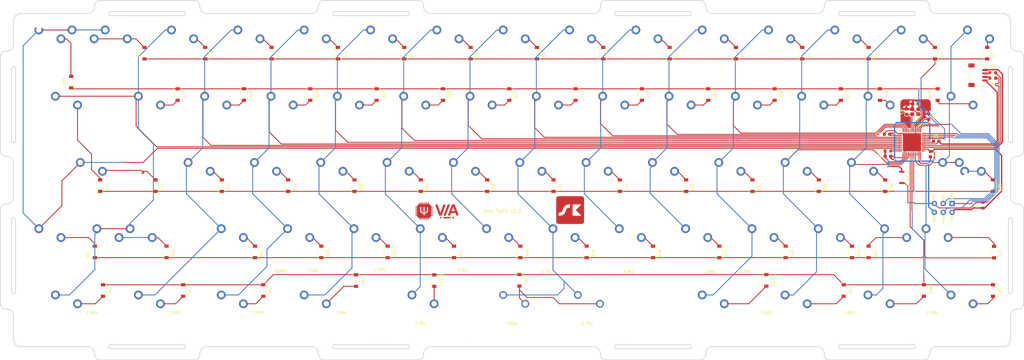
<source format=kicad_pcb>
(kicad_pcb (version 20211014) (generator pcbnew)
  (title_block (title "Nue 60% Universal PCB") (date "2020-09-21") (rev "0.1"))
  (layers (0 "F.Cu" signal) (31 "B.Cu" signal) (34 "B.Paste" user) (35 "F.Paste" user) (36 "B.SilkS" user "B.Silkscreen") (37 "F.SilkS" user "F.Silkscreen") (38 "B.Mask" user) (39 "F.Mask" user) (44 "Edge.Cuts" user))
  (net 0 "")
  (net 1 "GND")
  (net 2 "Net-(D1-Pad2)")
  (net 3 "Row1")
  (net 4 "Net-(D2-Pad2)")
  (net 5 "Row2")
  (net 6 "Row3")
  (net 7 "Row4")
  (net 8 "Row5")
  (net 9 "Col1")
  (net 10 "Col2")
  (net 11 "Col3")
  (net 12 "Col4")
  (net 13 "Col5")
  (net 14 "Col6")
  (net 15 "Col7")
  (net 16 "Col8")
  (net 17 "Col9")
  (net 18 "Col10")
  (net 19 "Col11")
  (net 20 "Col12")
  (net 21 "Col13")
  (net 22 "Col14")
  (net 23 "D-")
  (net 24 "D+")
  (net 25 "Net-(C1-Pad1)")
  (net 26 "VCC")
  (net 27 "XTAL1")
  (net 28 "XTAL2")
  (net 29 "Net-(J1-Pad2)")
  (net 30 "Net-(J1-Pad3)")
  (net 31 "RESET")
  (net 32 "MOSI")
  (net 33 "SCK")
  (net 34 "MISO")
  (net 35 "Net-(R2-Pad2)")
  (net 40 "Net-(D15-Pad2)")
  (net 41 "Net-(D16-Pad2)")
  (net 42 "Net-(D29-Pad2)")
  (net 43 "Net-(D30-Pad2)")
  (net 44 "Net-(D43-Pad2)")
  (net 45 "Net-(D3-Pad2)")
  (net 46 "Net-(D4-Pad2)")
  (net 47 "Net-(D5-Pad2)")
  (net 48 "Net-(D7-Pad2)")
  (net 49 "Net-(D8-Pad2)")
  (net 50 "Net-(D10-Pad2)")
  (net 51 "Net-(D11-Pad2)")
  (net 52 "Net-(D12-Pad2)")
  (net 53 "Net-(D13-Pad2)")
  (net 54 "Net-(D17-Pad2)")
  (net 55 "Net-(D18-Pad2)")
  (net 56 "Net-(D19-Pad2)")
  (net 57 "Net-(D21-Pad2)")
  (net 58 "Net-(D22-Pad2)")
  (net 59 "Net-(D23-Pad2)")
  (net 60 "Net-(D25-Pad2)")
  (net 61 "Net-(D26-Pad2)")
  (net 62 "Net-(D27-Pad2)")
  (net 63 "Net-(D31-Pad2)")
  (net 64 "Net-(D32-Pad2)")
  (net 65 "Net-(D33-Pad2)")
  (net 66 "Net-(D35-Pad2)")
  (net 67 "Net-(D37-Pad2)")
  (net 68 "Net-(D38-Pad2)")
  (net 69 "Net-(D39-Pad2)")
  (net 70 "Net-(D40-Pad2)")
  (net 71 "Net-(D41-Pad2)")
  (net 72 "Net-(D45-Pad2)")
  (net 73 "Net-(D46-Pad2)")
  (net 74 "Net-(D47-Pad2)")
  (net 75 "Net-(D50-Pad2)")
  (net 76 "Net-(D51-Pad2)")
  (net 77 "Net-(D52-Pad2)")
  (net 78 "Net-(D53-Pad2)")
  (net 79 "Net-(D54-Pad2)")
  (net 80 "Net-(D55-Pad2)")
  (net 81 "Net-(D56-Pad2)")
  (net 82 "Net-(D58-Pad2)")
  (net 83 "Net-(D59-Pad2)")
  (net 84 "Net-(D60-Pad2)")
  (net 85 "Net-(D61-Pad2)")
  (net 86 "Net-(D63-Pad2)")
  (net 87 "Net-(D64-Pad2)")
  (net 88 "Net-(D6-Pad2)")
  (net 89 "Net-(D9-Pad2)")
  (net 90 "Net-(D14-Pad2)")
  (net 91 "Net-(D20-Pad2)")
  (net 92 "Net-(D24-Pad2)")
  (net 93 "Net-(D28-Pad2)")
  (net 94 "Net-(D34-Pad2)")
  (net 95 "Net-(D36-Pad2)")
  (net 96 "Net-(D42-Pad2)")
  (net 97 "Net-(D44-Pad2)")
  (net 98 "Net-(D48-Pad2)")
  (net 99 "Net-(D49-Pad2)")
  (net 100 "Net-(D57-Pad2)")
  (net 101 "Net-(D62-Pad2)")
  (net 102 "Net-(D101-Pad2)")
  (net 103 "Net-(D103-Pad2)")
  (footprint "Diode_SMD:D_SOD-123" (layer "F.Cu") (at 334.899 66.675 90)
    (fp_text reference "D1")
    (fp_text value "1N4148")
  )
  (footprint "Diode_SMD:D_SOD-123" (layer "F.Cu") (at 319.88125 66.675 90)
    (fp_text reference "D2")
    (fp_text value "1N4148")
  )
  (footprint "Diode_SMD:D_SOD-123" (layer "F.Cu") (at 300.83125 66.675 90)
    (fp_text reference "D3")
    (fp_text value "1N4148")
  )
  (footprint "Diode_SMD:D_SOD-123" (layer "F.Cu") (at 281.78125 66.675 90)
    (fp_text reference "D4")
    (fp_text value "1N4148")
  )
  (footprint "Diode_SMD:D_SOD-123" (layer "F.Cu") (at 262.73125 66.675 90)
    (fp_text reference "D5")
    (fp_text value "1N4148")
  )
  (footprint "Diode_SMD:D_SOD-123" (layer "F.Cu") (at 243.68125 66.675 90)
    (fp_text reference "D6")
    (fp_text value "1N4148")
  )
  (footprint "Diode_SMD:D_SOD-123" (layer "F.Cu") (at 224.63125 66.675 90)
    (fp_text reference "D7")
    (fp_text value "1N4148")
  )
  (footprint "Diode_SMD:D_SOD-123" (layer "F.Cu") (at 205.58125 66.675 90)
    (fp_text reference "D8")
    (fp_text value "1N4148")
  )
  (footprint "Diode_SMD:D_SOD-123" (layer "F.Cu") (at 186.53125 66.675 90)
    (fp_text reference "D9")
    (fp_text value "1N4148")
  )
  (footprint "Diode_SMD:D_SOD-123" (layer "F.Cu") (at 167.48125 66.675 90)
    (fp_text reference "D10")
    (fp_text value "1N4148")
  )
  (footprint "Diode_SMD:D_SOD-123" (layer "F.Cu") (at 148.43125 66.675 90)
    (fp_text reference "D11")
    (fp_text value "1N4148")
  )
  (footprint "Diode_SMD:D_SOD-123" (layer "F.Cu") (at 129.38125 66.675 90)
    (fp_text reference "D12")
    (fp_text value "1N4148")
  )
  (footprint "Diode_SMD:D_SOD-123" (layer "F.Cu") (at 110.33125 66.675 90)
    (fp_text reference "D13")
    (fp_text value "1N4148")
  )
  (footprint "Diode_SMD:D_SOD-123" (layer "F.Cu") (at 92.86875 66.675 90)
    (fp_text reference "D14")
    (fp_text value "1N4148")
  )
  (footprint "Diode_SMD:D_SOD-123" (layer "F.Cu") (at 320.675 78.58125 -90)
    (fp_text reference "D15")
    (fp_text value "1N4148")
  )
  (footprint "Diode_SMD:D_SOD-123" (layer "F.Cu") (at 304.1015 78.58125 -90)
    (fp_text reference "D16")
    (fp_text value "1N4148")
  )
  (footprint "Diode_SMD:D_SOD-123" (layer "F.Cu") (at 292.89375 78.58125 -90)
    (fp_text reference "D17")
    (fp_text value "1N4148")
  )
  (footprint "Diode_SMD:D_SOD-123" (layer "F.Cu") (at 273.84375 78.58125 -90)
    (fp_text reference "D18")
    (fp_text value "1N4148")
  )
  (footprint "Diode_SMD:D_SOD-123" (layer "F.Cu") (at 254.79375 78.58125 -90)
    (fp_text reference "D19")
    (fp_text value "1N4148")
  )
  (footprint "Diode_SMD:D_SOD-123" (layer "F.Cu") (at 235.74375 78.58125 -90)
    (fp_text reference "D20")
    (fp_text value "1N4148")
  )
  (footprint "Diode_SMD:D_SOD-123" (layer "F.Cu") (at 216.69375 78.58125 -90)
    (fp_text reference "D21")
    (fp_text value "1N4148")
  )
  (footprint "Diode_SMD:D_SOD-123" (layer "F.Cu") (at 197.64375 78.58125 -90)
    (fp_text reference "D22")
    (fp_text value "1N4148")
  )
  (footprint "Diode_SMD:D_SOD-123" (layer "F.Cu") (at 178.59375 78.58125 -90)
    (fp_text reference "D23")
    (fp_text value "1N4148")
  )
  (footprint "Diode_SMD:D_SOD-123" (layer "F.Cu") (at 159.54375 78.58125 -90)
    (fp_text reference "D24")
    (fp_text value "1N4148")
  )
  (footprint "Diode_SMD:D_SOD-123" (layer "F.Cu") (at 140.49375 78.58125 -90)
    (fp_text reference "D25")
    (fp_text value "1N4148")
  )
  (footprint "Diode_SMD:D_SOD-123" (layer "F.Cu") (at 121.44375 78.58125 -90)
    (fp_text reference "D26")
    (fp_text value "1N4148")
  )
  (footprint "Diode_SMD:D_SOD-123" (layer "F.Cu") (at 102.39375 78.58125 -90)
    (fp_text reference "D27")
    (fp_text value "1N4148")
  )
  (footprint "Diode_SMD:D_SOD-123" (layer "F.Cu") (at 336.55 104.775 90)
    (fp_text reference "D29")
    (fp_text value "1N4148")
  )
  (footprint "Diode_SMD:D_SOD-123" (layer "F.Cu") (at 305.59375 104.775 90)
    (fp_text reference "D30")
    (fp_text value "1N4148")
  )
  (footprint "Diode_SMD:D_SOD-123" (layer "F.Cu") (at 286.54375 104.775 90)
    (fp_text reference "D31")
    (fp_text value "1N4148")
  )
  (footprint "Diode_SMD:D_SOD-123" (layer "F.Cu") (at 267.49375 104.775 90)
    (fp_text reference "D32")
    (fp_text value "1N4148")
  )
  (footprint "Diode_SMD:D_SOD-123" (layer "F.Cu") (at 248.44375 104.775 90)
    (fp_text reference "D33")
    (fp_text value "1N4148")
  )
  (footprint "Diode_SMD:D_SOD-123" (layer "F.Cu") (at 229.39375 104.775 90)
    (fp_text reference "D34")
    (fp_text value "1N4148")
  )
  (footprint "Diode_SMD:D_SOD-123" (layer "F.Cu") (at 210.34375 104.775 90)
    (fp_text reference "D35")
    (fp_text value "1N4148")
  )
  (footprint "Diode_SMD:D_SOD-123" (layer "F.Cu") (at 191.29375 104.775 90)
    (fp_text reference "D36")
    (fp_text value "1N4148")
  )
  (footprint "Diode_SMD:D_SOD-123" (layer "F.Cu") (at 172.24375 104.775 90)
    (fp_text reference "D37")
    (fp_text value "1N4148")
  )
  (footprint "Diode_SMD:D_SOD-123" (layer "F.Cu") (at 153.19375 104.775 90)
    (fp_text reference "D38")
    (fp_text value "1N4148")
  )
  (footprint "Diode_SMD:D_SOD-123" (layer "F.Cu") (at 134.14375 104.775 90)
    (fp_text reference "D39")
    (fp_text value "1N4148")
  )
  (footprint "Diode_SMD:D_SOD-123" (layer "F.Cu") (at 96.04375 104.775 90)
    (fp_text reference "D42")
    (fp_text value "1N4148")
  )
  (footprint "Diode_SMD:D_SOD-123" (layer "F.Cu") (at 336.8675 123.8885 90)
    (fp_text reference "D43")
    (fp_text value "1N4148")
  )
  (footprint "Diode_SMD:D_SOD-123" (layer "F.Cu") (at 300.83125 123.825 90)
    (fp_text reference "D44")
    (fp_text value "1N4148")
  )
  (footprint "Diode_SMD:D_SOD-123" (layer "F.Cu") (at 296.06875 123.825 90)
    (fp_text reference "D45")
    (fp_text value "1N4148")
  )
  (footprint "Diode_SMD:D_SOD-123" (layer "F.Cu") (at 277.01875 123.825 90)
    (fp_text reference "D46")
    (fp_text value "1N4148")
  )
  (footprint "Diode_SMD:D_SOD-123" (layer "F.Cu") (at 257.96875 123.825 90)
    (fp_text reference "D47")
    (fp_text value "1N4148")
  )
  (footprint "Diode_SMD:D_SOD-123" (layer "F.Cu") (at 238.91875 123.825 90)
    (fp_text reference "D48")
    (fp_text value "1N4148")
  )
  (footprint "Diode_SMD:D_SOD-123" (layer "F.Cu") (at 219.86875 123.825 90)
    (fp_text reference "D49")
    (fp_text value "1N4148")
  )
  (footprint "Diode_SMD:D_SOD-123" (layer "F.Cu") (at 200.81875 123.825 90)
    (fp_text reference "D50")
    (fp_text value "1N4148")
  )
  (footprint "Diode_SMD:D_SOD-123" (layer "F.Cu") (at 181.76875 123.825 90)
    (fp_text reference "D51")
    (fp_text value "1N4148")
  )
  (footprint "Diode_SMD:D_SOD-123" (layer "F.Cu") (at 162.71875 123.825 90)
    (fp_text reference "D52")
    (fp_text value "1N4148")
  )
  (footprint "Diode_SMD:D_SOD-123" (layer "F.Cu") (at 143.66875 123.825 90)
    (fp_text reference "D53")
    (fp_text value "1N4148")
  )
  (footprint "Diode_SMD:D_SOD-123" (layer "F.Cu") (at 124.61875 123.825 90)
    (fp_text reference "D54")
    (fp_text value "1N4148")
  )
  (footprint "Diode_SMD:D_SOD-123" (layer "F.Cu") (at 99.21875 123.825 90)
    (fp_text reference "D55")
    (fp_text value "1N4148")
  )
  (footprint "Diode_SMD:D_SOD-123" (layer "F.Cu") (at 78.613 123.825 90)
    (fp_text reference "D56")
    (fp_text value "1N4148")
  )
  (footprint "Diode_SMD:D_SOD-123" (layer "F.Cu") (at 336.55 134.9375 -90)
    (fp_text reference "D57")
    (fp_text value "1N4148")
  )
  (footprint "Diode_SMD:D_SOD-123" (layer "F.Cu") (at 316.70625 134.9375 -90)
    (fp_text reference "D58")
    (fp_text value "1N4148")
  )
  (footprint "Diode_SMD:D_SOD-123" (layer "F.Cu") (at 293.6875 134.9375 -90)
    (fp_text reference "D59")
    (fp_text value "1N4148")
  )
  (footprint "Diode_SMD:D_SOD-123" (layer "F.Cu") (at 200.55 132 -90)
    (fp_text reference "D60")
    (fp_text value "1N4148")
  )
  (footprint "Diode_SMD:D_SOD-123" (layer "F.Cu") (at 153.62 132.08 -90)
    (fp_text reference "D61")
    (fp_text value "1N4148")
  )
  (footprint "Diode_SMD:D_SOD-123" (layer "F.Cu") (at 103.98125 134.9375 -90)
    (fp_text reference "D63")
    (fp_text value "1N4148")
  )
  (footprint "Diode_SMD:D_SOD-123" (layer "F.Cu") (at 80.9625 134.9375 -90)
    (fp_text reference "D64")
    (fp_text value "1N4148")
  )
  (footprint "kestralib:MX100" (layer "F.Cu") (at 331.7875 65.0875)
    (fp_text reference "SW1")
    (fp_text value "ESC")
  )
  (footprint "kestralib:MX100" (layer "F.Cu") (at 312.7375 65.0875)
    (fp_text reference "SW2")
    (fp_text value "1")
  )
  (footprint "kestralib:MX100" (layer "F.Cu") (at 293.6875 65.0875)
    (fp_text reference "SW3")
    (fp_text value "2")
  )
  (footprint "kestralib:MX100" (layer "F.Cu") (at 274.6375 65.0875)
    (fp_text reference "SW4")
    (fp_text value "3")
  )
  (footprint "kestralib:MX100" (layer "F.Cu") (at 255.5875 65.0875)
    (fp_text reference "SW5")
    (fp_text value "4")
  )
  (footprint "kestralib:MX100" (layer "F.Cu") (at 236.5375 65.0875)
    (fp_text reference "SW6")
    (fp_text value "5")
  )
  (footprint "kestralib:MX100" (layer "F.Cu") (at 217.4875 65.0875)
    (fp_text reference "SW7")
    (fp_text value "6")
  )
  (footprint "kestralib:MX100" (layer "F.Cu") (at 198.4375 65.0875)
    (fp_text reference "SW8")
    (fp_text value "7")
  )
  (footprint "kestralib:MX100" (layer "F.Cu") (at 179.3875 65.0875)
    (fp_text reference "SW9")
    (fp_text value "8")
  )
  (footprint "kestralib:MX100" (layer "F.Cu") (at 160.3375 65.0875)
    (fp_text reference "SW10")
    (fp_text value "9")
  )
  (footprint "kestralib:MX100" (layer "F.Cu") (at 141.2875 65.0875)
    (fp_text reference "SW11")
    (fp_text value "0")
  )
  (footprint "kestralib:MX100" (layer "F.Cu") (at 122.2375 65.0875)
    (fp_text reference "SW12")
    (fp_text value "-")
  )
  (footprint "kestralib:MX100" (layer "F.Cu") (at 103.1875 65.0875)
    (fp_text reference "SW13")
    (fp_text value "=")
  )
  (footprint "kestralib:MX200" (layer "F.Cu") (at 74.6125 65.0875)
    (fp_text reference "SW14")
    (fp_text value "2U BACKSP")
  )
  (footprint "kestralib:MX100" (layer "F.Cu") (at 303.2125 84.1375)
    (fp_text reference "SW16")
    (fp_text value "Q")
  )
  (footprint "kestralib:MX100" (layer "F.Cu") (at 284.1625 84.1375)
    (fp_text reference "SW17")
    (fp_text value "W")
  )
  (footprint "kestralib:MX100" (layer "F.Cu") (at 265.1125 84.1375)
    (fp_text reference "SW18")
    (fp_text value "E")
  )
  (footprint "kestralib:MX100" (layer "F.Cu") (at 246.0625 84.1375)
    (fp_text reference "SW19")
    (fp_text value "R")
  )
  (footprint "kestralib:MX100" (layer "F.Cu") (at 227.0125 84.1375)
    (fp_text reference "SW20")
    (fp_text value "T")
  )
  (footprint "kestralib:MX100" (layer "F.Cu") (at 207.9625 84.1375)
    (fp_text reference "SW21")
    (fp_text value "Y")
  )
  (footprint "kestralib:MX100" (layer "F.Cu") (at 188.9125 84.1375)
    (fp_text reference "SW22")
    (fp_text value "U")
  )
  (footprint "kestralib:MX100" (layer "F.Cu") (at 169.8625 84.1375)
    (fp_text reference "SW23")
    (fp_text value "I")
  )
  (footprint "kestralib:MX100" (layer "F.Cu") (at 150.8125 84.1375)
    (fp_text reference "SW24")
    (fp_text value "O")
  )
  (footprint "kestralib:MX100" (layer "F.Cu") (at 131.7625 84.1375)
    (fp_text reference "SW25")
    (fp_text value "P")
  )
  (footprint "kestralib:MX100" (layer "F.Cu") (at 112.7125 84.1375)
    (fp_text reference "SW26")
    (fp_text value "CURL_L")
  )
  (footprint "kestralib:MX100" (layer "F.Cu") (at 93.6625 84.1375)
    (fp_text reference "SW27")
    (fp_text value "CURL_R")
  )
  (footprint "kestralib:MX100" (layer "F.Cu") (at 65.0875 65.0875)
    (fp_text reference "SW28")
    (fp_text value "1U RBKSP")
  )
  (footprint "kestralib:MX100" (layer "F.Cu") (at 279.4 103.1875)
    (fp_text reference "SW31")
    (fp_text value "S")
  )
  (footprint "kestralib:MX100" (layer "F.Cu") (at 260.35 103.1875)
    (fp_text reference "SW32")
    (fp_text value "D")
  )
  (footprint "kestralib:MX100" (layer "F.Cu") (at 241.3 103.1875)
    (fp_text reference "SW33")
    (fp_text value "F")
  )
  (footprint "kestralib:MX100" (layer "F.Cu") (at 222.25 103.1875)
    (fp_text reference "SW34")
    (fp_text value "G")
  )
  (footprint "kestralib:MX100" (layer "F.Cu") (at 184.15 103.1875)
    (fp_text reference "SW36")
    (fp_text value "J")
  )
  (footprint "kestralib:MX100" (layer "F.Cu") (at 165.1 103.1875)
    (fp_text reference "SW37")
    (fp_text value "K")
  )
  (footprint "kestralib:MX100" (layer "F.Cu") (at 146.05 103.1875)
    (fp_text reference "SW38")
    (fp_text value "L")
  )
  (footprint "kestralib:MX100" (layer "F.Cu") (at 127 103.1875)
    (fp_text reference "SW39")
    (fp_text value ";")
  )
  (footprint "kestralib:MX100" (layer "F.Cu") (at 107.95 103.1875)
    (fp_text reference "SW40")
    (fp_text value "'")
  )
  (footprint "kestralib:MX150" (layer "F.Cu") (at 69.85 84.1375)
    (fp_text reference "SW41")
    (fp_text value "PIPE150")
  )
  (footprint "kestralib:MX225" (layer "F.Cu") (at 319.88125 122.2375)
    (fp_text reference "SW43")
    (fp_text value "LSHIFT225")
  )
  (footprint "kestralib:MX100" (layer "F.Cu") (at 288.925 122.2375)
    (fp_text reference "SW45")
    (fp_text value "Z")
  )
  (footprint "kestralib:MX100" (layer "F.Cu") (at 269.875 122.2375)
    (fp_text reference "SW46")
    (fp_text value "X")
  )
  (footprint "kestralib:MX100" (layer "F.Cu") (at 212.725 122.2375)
    (fp_text reference "SW49")
    (fp_text value "B")
  )
  (footprint "kestralib:MX100" (layer "F.Cu") (at 193.675 122.2375)
    (fp_text reference "SW50")
    (fp_text value "N")
  )
  (footprint "kestralib:MX100" (layer "F.Cu") (at 174.625 122.2375)
    (fp_text reference "SW51")
    (fp_text value "M")
  )
  (footprint "kestralib:MX100" (layer "F.Cu") (at 155.575 122.2375)
    (fp_text reference "SW52")
    (fp_text value "<")
  )
  (footprint "kestralib:MX100" (layer "F.Cu") (at 136.525 122.2375)
    (fp_text reference "SW53")
    (fp_text value ">")
  )
  (footprint "kestralib:MX100" (layer "F.Cu") (at 117.475 122.2375)
    (fp_text reference "SW54")
    (fp_text value "?")
  )
  (footprint "kestralib:MX275" (layer "F.Cu") (at 81.75625 122.2375)
    (fp_text reference "SW55")
    (fp_text value "RSHIFT275")
  )
  (footprint "kestralib:MX100" (layer "F.Cu") (at 65.0875 122.2375)
    (fp_text reference "SW56")
    (fp_text value "FN")
  )
  (footprint "kestralib:MX100" (layer "F.Cu") (at 141.2875 141.2875)
    (fp_text reference "SW61")
    (fp_text value "FN2")
  )
  (footprint "kestralib:MX100" (layer "F.Cu") (at 84.1375 65.0875)
    (fp_text reference "SW65")
    (fp_text value "1U LBACKSP")
  )
  (footprint "kestralib:MX175" (layer "F.Cu") (at 91.28125 122.2375)
    (fp_text reference "SW69")
    (fp_text value "RSHIFT175")
  )
  (footprint "kestralib:MX150" (layer "F.Cu") (at 327.025 141.2875)
    (fp_text reference "SW70")
    (fp_text value "LCTRL150")
  )
  (footprint "kestralib:MX100" (layer "F.Cu") (at 303.2125 141.2875)
    (fp_text reference "SW71")
    (fp_text value "LWIN100")
  )
  (footprint "kestralib:MX150" (layer "F.Cu") (at 117.475 141.2875)
    (fp_text reference "SW74")
    (fp_text value "RALT150")
  )
  (footprint "kestralib:MX100" (layer "F.Cu") (at 93.6625 141.2875)
    (fp_text reference "SW75")
    (fp_text value "RWIN100")
  )
  (footprint "kestralib:MX150" (layer "F.Cu") (at 69.85 141.2875)
    (fp_text reference "SW76")
    (fp_text value "RCTRL150")
  )
  (footprint "Diode_SMD:D_SOD-123" (layer "F.Cu") (at 71.8185 74.9935 90)
    (fp_text reference "D28")
    (fp_text value "1N4148")
  )
  (footprint "kestralib:MX100" (layer "F.Cu") (at 307.975 122.2375)
    (fp_text reference "SW44")
    (fp_text value "ISO_PIPE")
  )
  (footprint "Diode_SMD:D_SOD-123" (layer "F.Cu") (at 127 134.9375 -90)
    (fp_text reference "D62")
    (fp_text value "1N4148")
  )
  (footprint "kestralib:MX100" (layer "F.Cu") (at 231.775 122.2375)
    (fp_text reference "SW48")
    (fp_text value "V")
  )
  (footprint "kestralib:MX100" (layer "F.Cu") (at 250.825 122.2375)
    (fp_text reference "SW47")
    (fp_text value "C")
  )
  (footprint "Connector_JST:JST_SH_SM04B-SRSS-TB_1x04-1MP_P1.00mm_Horizontal" (layer "F.Cu") (at 332.253 73.018 -90)
    (fp_text reference "J1")
    (fp_text value "Conn_01x04")
  )
  (footprint "kestralib:Conn_AVR_ISP_6" (layer "F.Cu") (at 322.2625 111.125 -90)
    (fp_text reference "J2" hide)
    (fp_text value "AVR-ISP-6" hide)
  )
  (footprint "kestralib:MX225R" (layer "F.Cu") (at 76.99375 103.1875)
    (fp_text reference "SW42")
    (fp_text value "ENTER_ANSI")
  )
  (footprint "kestralib:MX175" (layer "F.Cu") (at 324.64375 103.1875)
    (fp_text reference "SW29")
    (fp_text value "CAPS")
  )
  (footprint "kestralib:MX150" (layer "F.Cu") (at 327.025 84.1375)
    (fp_text reference "SW15")
    (fp_text value "TAB150")
  )
  (footprint "kestralib:MX125" (layer "F.Cu") (at 329.40625 103.1875)
    (fp_text reference "SW66")
    (fp_text value "STEPPEDCAPS")
  )
  (footprint "kestralib:MX100" (layer "F.Cu") (at 203.2 103.1875)
    (fp_text reference "SW35")
    (fp_text value "H")
  )
  (footprint "kestralib:sk-square-mask-md" (layer "F.Cu") (at 215.12 111.81)
    (fp_text reference "H1" hide)
    (fp_text value "StudioKestra Logo" hide)
  )
  (footprint "Capacitor_SMD:C_0603_1608Metric" (layer "F.Cu") (at 318.5795 95.6945 -90)
    (fp_text reference "C2")
    (fp_text value "10uF")
  )
  (footprint "Capacitor_SMD:C_0603_1608Metric" (layer "F.Cu") (at 318.0715 84.8995 90)
    (fp_text reference "C4")
    (fp_text value "0.1uF")
  )
  (footprint "Capacitor_SMD:C_0603_1608Metric" (layer "F.Cu") (at 306.3875 96.3295 180)
    (fp_text reference "C5")
    (fp_text value "0.1uF")
  )
  (footprint "Resistor_SMD:R_0603_1608Metric" (layer "F.Cu") (at 333.6925 110.4265 90)
    (fp_text reference "R1")
    (fp_text value "10k")
  )
  (footprint "Resistor_SMD:R_0603_1608Metric" (layer "F.Cu") (at 306.3875 94.8055)
    (fp_text reference "R2")
    (fp_text value "1k")
  )
  (footprint "Resistor_SMD:R_0603_1608Metric" (layer "F.Cu") (at 336.4865 72.3265)
    (fp_text reference "R3")
    (fp_text value "22")
  )
  (footprint "Resistor_SMD:R_0603_1608Metric" (layer "F.Cu") (at 336.4865 73.8505)
    (fp_text reference "R4")
    (fp_text value "22")
  )
  (footprint "kestralib:pushbtn_C319436" (layer "F.Cu") (at 310.35625 102.39375 -90)
    (fp_text reference "SW_RST1")
    (fp_text value "SW_Push")
  )
  (footprint "kestralib:MX100" (layer "F.Cu") (at 298.45 103.1875)
    (fp_text reference "SW30")
    (fp_text value "A")
  )
  (footprint "Capacitor_SMD:C_0603_1608Metric" (layer "F.Cu") (at 320.2305 92.0115)
    (fp_text reference "C1")
    (fp_text value "1uF")
  )
  (footprint "Capacitor_SMD:C_0603_1608Metric" (layer "F.Cu") (at 306.1205 89.9795 180)
    (fp_text reference "C3")
    (fp_text value "0.1uF")
  )
  (footprint "Package_DFN_QFN:QFN-44-1EP_7x7mm_P0.5mm_EP5.2x5.2mm" (layer "F.Cu") (at 313.2855 92.301 180)
    (fp_text reference "U1")
    (fp_text value "ATmega32U4-MU")
  )
  (footprint "Capacitor_SMD:C_0603_1608Metric" (layer "F.Cu") (at 314.2615 81.2165 180)
    (fp_text reference "C7")
    (fp_text value "22pF")
  )
  (footprint "Capacitor_SMD:C_0603_1608Metric" (layer "F.Cu") (at 311.7215 83.5025 90)
    (fp_text reference "C6")
    (fp_text value "22pF")
  )
  (footprint "Crystal:Crystal_SMD_2520-4Pin_2.5x2.0mm" (layer "F.Cu") (at 314.2615 83.5025)
    (fp_text reference "Y1")
    (fp_text value "16 MHz")
  )
  (footprint "Diode_SMD:D_SOD-123" (layer "F.Cu") (at 80.137 104.775 90)
    (fp_text reference "D41")
    (fp_text value "1N4148")
  )
  (footprint "kestralib:qmk-via" (layer "F.Cu") (at 176.89 112.07)
    (fp_text reference "H3" hide)
    (fp_text value "qmk-via logo" hide)
  )
  (footprint "Diode_SMD:D_SOD-123" (layer "F.Cu") (at 115.09375 104.775 90)
    (fp_text reference "D40")
    (fp_text value "1N4148")
  )
  (footprint "kestralib:MX150" (layer "F.Cu") (at 279.4 141.2875)
    (fp_text reference "SW72")
    (fp_text value "LALT150")
  )
  (footprint "kestralib:D_SOD-123" (layer "F.Cu") (at 271.48 132.02 -90)
    (fp_text reference "D101")
    (fp_text value "1N4148")
  )
  (footprint "kestralib:MX100" (layer "F.Cu") (at 255.5875 141.2875)
    (fp_text reference "SW101")
    (fp_text value "FN1")
  )
  (footprint "kestralib:D_SOD-123" (layer "F.Cu") (at 176.12 132.09 -90)
    (fp_text reference "D103")
    (fp_text value "1N4148")
  )
  (footprint "kestralib:MX225R" (layer "F.Cu") (at 172.24375 141.2875)
    (fp_text reference "SW103")
    (fp_text value "SPACE2.25")
  )
  (footprint "kestralib:MX10-7U" (layer "B.Cu") (at 198.4375 141.2875 180)
    (fp_text reference "SW73")
    (fp_text value "SPACE700")
  )
  (footprint "kestralib:MX275R" (layer "B.Cu") (at 219.86875 141.2875 180)
    (fp_text reference "SW102")
    (fp_text value "SPACE2.75")
  )
  (gr_line (start 104.0625 54.6875) (end 83.2625 54.6875) (layer "Edge.Cuts") (width 0.2))
  (gr_arc (start 340.987601 71.087826) (mid 341.163337 70.663562) (end 341.587601 70.487826) (layer "Edge.Cuts") (width 0.2))
  (gr_arc (start 142.856253 53.287531) (mid 142.270464 54.701743) (end 140.856249 55.287527) (layer "Edge.Cuts") (width 0.2))
  (gr_line (start 340.987601 91.887826) (end 340.987601 71.087826) (layer "Edge.Cuts") (width 0.2))
  (gr_arc (start 140.856249 151.087472) (mid 142.270464 151.673256) (end 142.856253 153.087468) (layer "Edge.Cuts") (width 0.2))
  (gr_line (start 108.7625 53.0375) (end 108.7625 53.2875) (layer "Edge.Cuts") (width 0.2))
  (gr_arc (start 53.037499 96.287499) (mid 51.941483 95.833515) (end 51.487499 94.737499) (layer "Edge.Cuts") (width 0.2))
  (gr_line (start 173.056253 153.087412) (end 173.056253 153.337412) (layer "Edge.Cuts") (width 0.2))
  (gr_arc (start 168.366818 150.487499) (mid 168.791082 150.663235) (end 168.966818 151.087499) (layer "Edge.Cuts") (width 0.2))
  (gr_line (start 107.2125 154.887499) (end 80.1125 154.887499) (layer "Edge.Cuts") (width 0.2))
  (gr_line (start 292.812499 54.6875) (end 313.612499 54.6875) (layer "Edge.Cuts") (width 0.2))
  (gr_line (start 342.187601 71.087826) (end 342.187601 91.887826) (layer "Edge.Cuts") (width 0.2))
  (gr_line (start 341.587499 142.2875) (end 341.587496 149.0875) (layer "Edge.Cuts") (width 0.2))
  (gr_line (start 256.01875 55.287527) (end 286.112499 55.2875) (layer "Edge.Cuts") (width 0.2))
  (gr_arc (start 223.818746 53.287587) (mid 223.232962 54.701802) (end 221.81875 55.287591) (layer "Edge.Cuts") (width 0.2))
  (gr_arc (start 173.056253 153.337412) (mid 172.602271 154.433428) (end 171.506256 154.887415) (layer "Edge.Cuts") (width 0.2))
  (gr_arc (start 318.312499 153.087499) (mid 318.898285 151.673285) (end 320.312499 151.087499) (layer "Edge.Cuts") (width 0.2))
  (gr_arc (start 289.662499 154.887499) (mid 288.566483 154.433515) (end 288.112499 153.337499) (layer "Edge.Cuts") (width 0.2))
  (gr_line (start 288.112499 153.337499) (end 288.112499 153.087499) (layer "Edge.Cuts") (width 0.2))
  (gr_line (start 228.508181 55.8875) (end 249.308181 55.8875) (layer "Edge.Cuts") (width 0.2))
  (gr_arc (start 249.308181 54.6875) (mid 249.732445 54.863236) (end 249.908181 55.2875) (layer "Edge.Cuts") (width 0.2))
  (gr_line (start 254.018745 53.037531) (end 254.018746 53.287531) (layer "Edge.Cuts") (width 0.2))
  (gr_line (start 343.587499 66.087499) (end 343.837499 66.087499) (layer "Edge.Cuts") (width 0.2))
  (gr_line (start 345.387499 111.6375) (end 345.387499 138.7375) (layer "Edge.Cuts") (width 0.2))
  (gr_arc (start 142.856253 53.037531) (mid 143.31024 51.941516) (end 144.406256 51.487534) (layer "Edge.Cuts") (width 0.2))
  (gr_arc (start 78.5625 53.2875) (mid 77.976714 54.701714) (end 76.5625 55.2875) (layer "Edge.Cuts") (width 0.2))
  (gr_line (start 108.7625 153.087499) (end 108.7625 153.337499) (layer "Edge.Cuts") (width 0.2))
  (gr_line (start 54.687397 135.287173) (end 54.687397 114.487173) (layer "Edge.Cuts") (width 0.2))
  (gr_line (start 286.112499 151.087499) (end 256.01875 151.087472) (layer "Edge.Cuts") (width 0.2))
  (gr_line (start 142.856253 53.287531) (end 142.856253 53.037531) (layer "Edge.Cuts") (width 0.2))
  (gr_arc (start 54.687397 71.087826) (mid 54.863133 70.663562) (end 55.287397 70.487826) (layer "Edge.Cuts") (width 0.2))
  (gr_line (start 53.2875 140.2875) (end 53.037499 140.2875) (layer "Edge.Cuts") (width 0.2))
  (gr_arc (start 249.908181 55.2875) (mid 249.732445 55.711764) (end 249.308181 55.8875) (layer "Edge.Cuts") (width 0.2))
  (gr_arc (start 341.587496 149.0875) (mid 341.00171 150.501714) (end 339.587496 151.0875) (layer "Edge.Cuts") (width 0.2))
  (gr_line (start 53.037499 66.087499) (end 53.2875 66.087499) (layer "Edge.Cuts") (width 0.2))
  (gr_arc (start 318.312499 153.337499) (mid 317.858515 154.433515) (end 316.762499 154.887499) (layer "Edge.Cuts") (width 0.2))
  (gr_arc (start 343.837499 110.0875) (mid 344.933515 110.541484) (end 345.387499 111.6375) (layer "Edge.Cuts") (width 0.2))
  (gr_arc (start 168.366818 54.6875) (mid 168.791082 54.863236) (end 168.966818 55.2875) (layer "Edge.Cuts") (width 0.2))
  (gr_line (start 147.566818 151.687499) (end 168.366818 151.687499) (layer "Edge.Cuts") (width 0.2))
  (gr_arc (start 249.908181 151.087499) (mid 249.732445 151.511763) (end 249.308181 151.687499) (layer "Edge.Cuts") (width 0.2))
  (gr_arc (start 83.2625 55.8875) (mid 82.838236 55.711764) (end 82.6625 55.2875) (layer "Edge.Cuts") (width 0.2))
  (gr_line (start 55.887397 114.487173) (end 55.887397 135.287173) (layer "Edge.Cuts") (width 0.2))
  (gr_line (start 144.406256 51.487534) (end 171.506256 51.487584) (layer "Edge.Cuts") (width 0.2))
  (gr_arc (start 55.887397 91.887826) (mid 55.711661 92.31209) (end 55.287397 92.487826) (layer "Edge.Cuts") (width 0.2))
  (gr_arc (start 146.966818 151.087499) (mid 147.142554 150.663235) (end 147.566818 150.487499) (layer "Edge.Cuts") (width 0.2))
  (gr_arc (start 108.7625 153.087499) (mid 109.348286 151.673285) (end 110.7625 151.087499) (layer "Edge.Cuts") (width 0.2))
  (gr_line (start 249.308181 151.687499) (end 228.508181 151.687499) (layer "Edge.Cuts") (width 0.2))
  (gr_line (start 341.587496 57.2875) (end 341.587499 64.087499) (layer "Edge.Cuts") (width 0.2))
  (gr_line (start 55.2875 64.087499) (end 55.2875 57.2875) (layer "Edge.Cuts") (width 0.2))
  (gr_arc (start 83.2625 151.687499) (mid 82.838236 151.511763) (end 82.6625 151.087499) (layer "Edge.Cuts") (width 0.2))
  (gr_arc (start 286.112499 151.087499) (mid 287.526713 151.673285) (end 288.112499 153.087499) (layer "Edge.Cuts") (width 0.2))
  (gr_line (start 78.5625 153.337499) (end 78.5625 153.087499) (layer "Edge.Cuts") (width 0.2))
  (gr_line (start 57.2875 55.2875) (end 76.5625 55.2875) (layer "Edge.Cuts") (width 0.2))
  (gr_arc (start 168.966818 151.087499) (mid 168.791082 151.511763) (end 168.366818 151.687499) (layer "Edge.Cuts") (width 0.2))
  (gr_line (start 53.2875 96.287499) (end 53.037499 96.287499) (layer "Edge.Cuts") (width 0.2))
  (gr_line (start 140.856249 151.087472) (end 110.7625 151.087499) (layer "Edge.Cuts") (width 0.2))
  (gr_line (start 53.037499 110.0875) (end 53.2875 110.0875) (layer "Edge.Cuts") (width 0.2))
  (gr_line (start 318.312499 153.087499) (end 318.312499 153.337499) (layer "Edge.Cuts") (width 0.2))
  (gr_arc (start 314.212499 151.087499) (mid 314.036763 151.511763) (end 313.612499 151.687499) (layer "Edge.Cuts") (width 0.2))
  (gr_arc (start 342.187601 135.287173) (mid 342.011865 135.711437) (end 341.587601 135.887173) (layer "Edge.Cuts") (width 0.2))
  (gr_arc (start 55.2875 57.2875) (mid 55.873286 55.873286) (end 57.2875 55.2875) (layer "Edge.Cuts") (width 0.2))
  (gr_line (start 345.387499 67.637499) (end 345.387499 94.737499) (layer "Edge.Cuts") (width 0.2))
  (gr_line (start 343.837499 140.2875) (end 343.587499 140.2875) (layer "Edge.Cuts") (width 0.2))
  (gr_line (start 289.662499 51.4875) (end 316.762499 51.4875) (layer "Edge.Cuts") (width 0.2))
  (gr_arc (start 341.587601 70.487826) (mid 342.011865 70.663562) (end 342.187601 71.087826) (layer "Edge.Cuts") (width 0.2))
  (gr_line (start 292.812499 151.687499) (end 313.612499 151.687499) (layer "Edge.Cuts") (width 0.2))
  (gr_arc (start 341.587601 92.487826) (mid 341.163337 92.31209) (end 340.987601 91.887826) (layer "Edge.Cuts") (width 0.2))
  (gr_line (start 252.468743 154.887465) (end 225.368743 154.887415) (layer "Edge.Cuts") (width 0.2))
  (gr_arc (start 55.287397 92.487826) (mid 54.863133 92.31209) (end 54.687397 91.887826) (layer "Edge.Cuts") (width 0.2))
  (gr_arc (start 320.312499 55.2875) (mid 318.898285 54.701714) (end 318.312499 53.2875) (layer "Edge.Cuts") (width 0.2))
  (gr_arc (start 53.037499 140.2875) (mid 51.941483 139.833516) (end 51.487499 138.7375) (layer "Edge.Cuts") (width 0.2))
  (gr_arc (start 171.506256 51.487584) (mid 172.602271 51.941571) (end 173.056253 53.037587) (layer "Edge.Cuts") (width 0.2))
  (gr_arc (start 343.587499 66.087499) (mid 342.173285 65.501713) (end 341.587499 64.087499) (layer "Edge.Cuts") (width 0.2))
  (gr_arc (start 227.908181 151.087499) (mid 228.083917 150.663235) (end 228.508181 150.487499) (layer "Edge.Cuts") (width 0.2))
  (gr_line (start 110.7625 55.2875) (end 140.856249 55.287527) (layer "Edge.Cuts") (width 0.2))
  (gr_arc (start 227.908181 55.2875) (mid 228.083917 54.863236) (end 228.508181 54.6875) (layer "Edge.Cuts") (width 0.2))
  (gr_arc (start 292.812499 151.687499) (mid 292.388235 151.511763) (end 292.212499 151.087499) (layer "Edge.Cuts") (width 0.2))
  (gr_arc (start 55.2875 64.087499) (mid 54.701714 65.501713) (end 53.2875 66.087499) (layer "Edge.Cuts") (width 0.2))
  (gr_arc (start 82.6625 151.087499) (mid 82.838236 150.663235) (end 83.2625 150.487499) (layer "Edge.Cuts") (width 0.2))
  (gr_arc (start 341.587499 98.287499) (mid 342.173285 96.873285) (end 343.587499 96.287499) (layer "Edge.Cuts") (width 0.2))
  (gr_arc (start 51.487499 67.637499) (mid 51.941483 66.541483) (end 53.037499 66.087499) (layer "Edge.Cuts") (width 0.2))
  (gr_line (start 55.887397 91.887826) (end 55.887397 71.087826) (layer "Edge.Cuts") (width 0.2))
  (gr_arc (start 252.468742 51.487534) (mid 253.564758 51.941516) (end 254.018745 53.037531) (layer "Edge.Cuts") (width 0.2))
  (gr_line (start 223.818746 53.287587) (end 223.818745 53.037587) (layer "Edge.Cuts") (width 0.2))
  (gr_line (start 343.587499 110.0875) (end 343.837499 110.0875) (layer "Edge.Cuts") (width 0.2))
  (gr_arc (start 340.987601 114.487173) (mid 341.163337 114.062909) (end 341.587601 113.887173) (layer "Edge.Cuts") (width 0.2))
  (gr_line (start 221.81875 151.087408) (end 175.056249 151.087408) (layer "Edge.Cuts") (width 0.2))
  (gr_line (start 288.112499 53.2875) (end 288.112499 53.0375) (layer "Edge.Cuts") (width 0.2))
  (gr_arc (start 249.308181 150.487499) (mid 249.732445 150.663235) (end 249.908181 151.087499) (layer "Edge.Cuts") (width 0.2))
  (gr_arc (start 254.018746 153.087468) (mid 254.604535 151.673256) (end 256.01875 151.087472) (layer "Edge.Cuts") (width 0.2))
  (gr_arc (start 314.212499 55.2875) (mid 314.036763 55.711764) (end 313.612499 55.8875) (layer "Edge.Cuts") (width 0.2))
  (gr_arc (start 288.112499 53.0375) (mid 288.566483 51.941484) (end 289.662499 51.4875) (layer "Edge.Cuts") (width 0.2))
  (gr_arc (start 82.6625 55.2875) (mid 82.838236 54.863236) (end 83.2625 54.6875) (layer "Edge.Cuts") (width 0.2))
  (gr_arc (start 57.2875 151.087499) (mid 55.873286 150.501713) (end 55.2875 149.087499) (layer "Edge.Cuts") (width 0.2))
  (gr_arc (start 228.508181 151.687499) (mid 228.083917 151.511763) (end 227.908181 151.087499) (layer "Edge.Cuts") (width 0.2))
  (gr_line (start 168.366818 55.8875) (end 147.566818 55.8875) (layer "Edge.Cuts") (width 0.2))
  (gr_line (start 318.312499 53.0375) (end 318.312499 53.2875) (layer "Edge.Cuts") (width 0.2))
  (gr_line (start 254.018746 153.087468) (end 254.018745 153.337468) (layer "Edge.Cuts") (width 0.2))
  (gr_arc (start 173.056253 153.087412) (mid 173.642037 151.673197) (end 175.056249 151.087408) (layer "Edge.Cuts") (width 0.2))
  (gr_arc (start 107.2125 51.4875) (mid 108.308516 51.941484) (end 108.7625 53.0375) (layer "Edge.Cuts") (width 0.2))
  (gr_line (start 313.612499 55.8875) (end 292.812499 55.8875) (layer "Edge.Cuts") (width 0.2))
  (gr_arc (start 108.7625 153.337499) (mid 108.308516 154.433515) (end 107.2125 154.887499) (layer "Edge.Cuts") (width 0.2))
  (gr_arc (start 339.587496 55.2875) (mid 341.00171 55.873286) (end 341.587496 57.2875) (layer "Edge.Cuts") (width 0.2))
  (gr_arc (start 288.112499 53.2875) (mid 287.526713 54.701714) (end 286.112499 55.2875) (layer "Edge.Cuts") (width 0.2))
  (gr_arc (start 168.966818 55.2875) (mid 168.791082 55.711764) (end 168.366818 55.8875) (layer "Edge.Cuts") (width 0.2))
  (gr_line (start 228.508181 150.487499) (end 249.308181 150.487499) (layer "Edge.Cuts") (width 0.2))
  (gr_arc (start 53.2875 140.2875) (mid 54.701714 140.873286) (end 55.2875 142.2875) (layer "Edge.Cuts") (width 0.2))
  (gr_arc (start 256.01875 55.287527) (mid 254.604535 54.701743) (end 254.018746 53.287531) (layer "Edge.Cuts") (width 0.2))
  (gr_arc (start 228.508181 55.8875) (mid 228.083917 55.711764) (end 227.908181 55.2875) (layer "Edge.Cuts") (width 0.2))
  (gr_arc (start 221.81875 151.087408) (mid 223.232962 151.673197) (end 223.818746 153.087412) (layer "Edge.Cuts") (width 0.2))
  (gr_line (start 249.308181 54.6875) (end 228.508181 54.6875) (layer "Edge.Cuts") (width 0.2))
  (gr_line (start 83.2625 150.487499) (end 104.0625 150.487499) (layer "Edge.Cuts") (width 0.2))
  (gr_line (start 147.566818 54.6875) (end 168.366818 54.6875) (layer "Edge.Cuts") (width 0.2))
  (gr_arc (start 223.818745 53.037586) (mid 224.272728 51.94157) (end 225.368743 51.487584) (layer "Edge.Cuts") (width 0.2))
  (gr_line (start 313.612499 150.487499) (end 292.812499 150.487499) (layer "Edge.Cuts") (width 0.2))
  (gr_arc (start 341.587601 113.887173) (mid 342.011865 114.062909) (end 342.187601 114.487173) (layer "Edge.Cuts") (width 0.2))
  (gr_arc (start 104.6625 151.087499) (mid 104.486764 151.511763) (end 104.0625 151.687499) (layer "Edge.Cuts") (width 0.2))
  (gr_arc (start 144.406256 154.887465) (mid 143.31024 154.433483) (end 142.856253 153.337468) (layer "Edge.Cuts") (width 0.2))
  (gr_arc (start 146.966818 55.2875) (mid 147.142554 54.863236) (end 147.566818 54.6875) (layer "Edge.Cuts") (width 0.2))
  (gr_line (start 340.987601 114.487173) (end 340.987601 135.287173) (layer "Edge.Cuts") (width 0.2))
  (gr_arc (start 147.566818 55.8875) (mid 147.142554 55.711764) (end 146.966818 55.2875) (layer "Edge.Cuts") (width 0.2))
  (gr_arc (start 147.566818 151.687499) (mid 147.142554 151.511763) (end 146.966818 151.087499) (layer "Edge.Cuts") (width 0.2))
  (gr_arc (start 341.587499 142.2875) (mid 342.173285 140.873286) (end 343.587499 140.2875) (layer "Edge.Cuts") (width 0.2))
  (gr_arc (start 292.212499 55.2875) (mid 292.388235 54.863236) (end 292.812499 54.6875) (layer "Edge.Cuts") (width 0.2))
  (gr_arc (start 175.056249 55.287591) (mid 173.642037 54.701802) (end 173.056253 53.287587) (layer "Edge.Cuts") (width 0.2))
  (gr_arc (start 80.1125 154.887499) (mid 79.016484 154.433515) (end 78.5625 153.337499) (layer "Edge.Cuts") (width 0.2))
  (gr_arc (start 55.287397 135.887173) (mid 54.863133 135.711437) (end 54.687397 135.287173) (layer "Edge.Cuts") (width 0.2))
  (gr_line (start 51.487499 138.7375) (end 51.487499 111.6375) (layer "Edge.Cuts") (width 0.2))
  (gr_arc (start 51.487499 111.6375) (mid 51.941483 110.541484) (end 53.037499 110.0875) (layer "Edge.Cuts") (width 0.2))
  (gr_line (start 223.818745 153.337412) (end 223.818746 153.087412) (layer "Edge.Cuts") (width 0.2))
  (gr_line (start 343.837499 96.287499) (end 343.587499 96.287499) (layer "Edge.Cuts") (width 0.2))
  (gr_arc (start 342.187601 91.887826) (mid 342.011865 92.31209) (end 341.587601 92.487826) (layer "Edge.Cuts") (width 0.2))
  (gr_arc (start 316.762499 51.4875) (mid 317.858515 51.941484) (end 318.312499 53.0375) (layer "Edge.Cuts") (width 0.2))
  (gr_arc (start 345.387499 94.737499) (mid 344.933515 95.833515) (end 343.837499 96.287499) (layer "Edge.Cuts") (width 0.2))
  (gr_line (start 171.506256 154.887415) (end 144.406256 154.887465) (layer "Edge.Cuts") (width 0.2))
  (gr_arc (start 343.587499 110.0875) (mid 342.173285 109.501714) (end 341.587499 108.0875) (layer "Edge.Cuts") (width 0.2))
  (gr_arc (start 55.2875 108.0875) (mid 54.701714 109.501714) (end 53.2875 110.0875) (layer "Edge.Cuts") (width 0.2))
  (gr_arc (start 76.5625 151.087499) (mid 77.976714 151.673285) (end 78.5625 153.087499) (layer "Edge.Cuts") (width 0.2))
  (gr_line (start 341.587499 98.287499) (end 341.587499 108.0875) (layer "Edge.Cuts") (width 0.2))
  (gr_arc (start 225.368742 154.887415) (mid 224.272727 154.433428) (end 223.818745 153.337412) (layer "Edge.Cuts") (width 0.2))
  (gr_line (start 78.5625 53.2875) (end 78.5625 53.0375) (layer "Edge.Cuts") (width 0.2))
  (gr_arc (start 313.612499 54.6875) (mid 314.036763 54.863236) (end 314.212499 55.2875) (layer "Edge.Cuts") (width 0.2))
  (gr_line (start 55.2875 108.0875) (end 55.2875 98.287499) (layer "Edge.Cuts") (width 0.2))
  (gr_line (start 175.056249 55.287591) (end 221.81875 55.287591) (layer "Edge.Cuts") (width 0.2))
  (gr_arc (start 55.287397 70.487826) (mid 55.711661 70.663562) (end 55.887397 71.087826) (layer "Edge.Cuts") (width 0.2))
  (gr_line (start 173.056253 53.037587) (end 173.056253 53.287587) (layer "Edge.Cuts") (width 0.2))
  (gr_arc (start 313.612499 150.487499) (mid 314.036763 150.663235) (end 314.212499 151.087499) (layer "Edge.Cuts") (width 0.2))
  (gr_line (start 51.487499 94.737499) (end 51.487499 67.637499) (layer "Edge.Cuts") (width 0.2))
  (gr_line (start 55.2875 149.087499) (end 55.2875 142.2875) (layer "Edge.Cuts") (width 0.2))
  (gr_arc (start 55.287397 113.887173) (mid 55.711661 114.062909) (end 55.887397 114.487173) (layer "Edge.Cuts") (width 0.2))
  (gr_arc (start 292.212499 151.087499) (mid 292.388235 150.663235) (end 292.812499 150.487499) (layer "Edge.Cuts") (width 0.2))
  (gr_arc (start 254.018745 153.337467) (mid 253.564759 154.433482) (end 252.468743 154.887465) (layer "Edge.Cuts") (width 0.2))
  (gr_arc (start 54.687397 114.487173) (mid 54.863133 114.062909) (end 55.287397 113.887173) (layer "Edge.Cuts") (width 0.2))
  (gr_arc (start 104.0625 54.6875) (mid 104.486764 54.863236) (end 104.6625 55.2875) (layer "Edge.Cuts") (width 0.2))
  (gr_line (start 104.0625 151.687499) (end 83.2625 151.687499) (layer "Edge.Cuts") (width 0.2))
  (gr_line (start 83.2625 55.8875) (end 104.0625 55.8875) (layer "Edge.Cuts") (width 0.2))
  (gr_line (start 342.187601 135.287173) (end 342.187601 114.487173) (layer "Edge.Cuts") (width 0.2))
  (gr_line (start 339.587496 151.0875) (end 320.312499 151.087499) (layer "Edge.Cuts") (width 0.2))
  (gr_arc (start 78.5625 53.0375) (mid 79.016484 51.941484) (end 80.1125 51.4875) (layer "Edge.Cuts") (width 0.2))
  (gr_arc (start 53.2875 96.287499) (mid 54.701714 96.873285) (end 55.2875 98.287499) (layer "Edge.Cuts") (width 0.2))
  (gr_arc (start 104.0625 150.487499) (mid 104.486764 150.663235) (end 104.6625 151.087499) (layer "Edge.Cuts") (width 0.2))
  (gr_line (start 225.368743 51.487584) (end 252.468743 51.487534) (layer "Edge.Cuts") (width 0.2))
  (gr_line (start 168.366818 150.487499) (end 147.566818 150.487499) (layer "Edge.Cuts") (width 0.2))
  (gr_arc (start 104.6625 55.2875) (mid 104.486764 55.711764) (end 104.0625 55.8875) (layer "Edge.Cuts") (width 0.2))
  (gr_line (start 76.5625 151.087499) (end 57.2875 151.087499) (layer "Edge.Cuts") (width 0.2))
  (gr_line (start 80.1125 51.4875) (end 107.2125 51.4875) (layer "Edge.Cuts") (width 0.2))
  (gr_line (start 320.312499 55.2875) (end 339.587496 55.2875) (layer "Edge.Cuts") (width 0.2))
  (gr_line (start 54.687397 71.087826) (end 54.687397 91.887826) (layer "Edge.Cuts") (width 0.2))
  (gr_arc (start 345.387499 138.7375) (mid 344.933515 139.833516) (end 343.837499 140.2875) (layer "Edge.Cuts") (width 0.2))
  (gr_arc (start 292.812499 55.8875) (mid 292.388235 55.711764) (end 292.212499 55.2875) (layer "Edge.Cuts") (width 0.2))
  (gr_arc (start 343.837499 66.087499) (mid 344.933515 66.541483) (end 345.387499 67.637499) (layer "Edge.Cuts") (width 0.2))
  (gr_arc (start 55.887397 135.287173) (mid 55.711661 135.711437) (end 55.287397 135.887173) (layer "Edge.Cuts") (width 0.2))
  (gr_line (start 142.856253 153.337468) (end 142.856253 153.087468) (layer "Edge.Cuts") (width 0.2))
  (gr_arc (start 341.587601 135.887173) (mid 341.163337 135.711437) (end 340.987601 135.287173) (layer "Edge.Cuts") (width 0.2))
  (gr_line (start 316.762499 154.887499) (end 289.662499 154.887499) (layer "Edge.Cuts") (width 0.2))
  (gr_arc (start 110.7625 55.2875) (mid 109.348287 54.701714) (end 108.762501 53.287501) (layer "Edge.Cuts") (width 0.2))
  (gr_text "1.50U" (at 319.0875 141.2875) (layer "F.SilkS") (effects (font (size 0.75 0.75) (thickness 0.1875))))
  (gr_text "1.50U" (at 77.7875 141.2875) (layer "F.SilkS") (effects (font (size 0.75 0.75) (thickness 0.1875))))
  (gr_text "1.00U" (at 295.275 141.2875) (layer "F.SilkS") (effects (font (size 0.75 0.75) (thickness 0.1875))))
  (gr_text "1.00U" (at 101.6 141.2875) (layer "F.SilkS") (effects (font (size 0.75 0.75) (thickness 0.1875))))
  (gr_text "7.00U" (at 141.41 129.23) (layer "F.SilkS") (effects (font (size 0.75 0.75) (thickness 0.1875))))
  (gr_text "2.25U" (at 172.12 144.34) (layer "F.SilkS") (effects (font (size 0.75 0.75) (thickness 0.1875))))
  (gr_text "7.00U" (at 255.33 129.45) (layer "F.SilkS") (effects (font (size 0.75 0.75) (thickness 0.1875))))
  (gr_text "2.75U" (at 208.42 129.54) (layer "F.SilkS") (effects (font (size 0.75 0.75) (thickness 0.1875))))
  (gr_text "7.00U" (at 198.4375 144.4625) (layer "F.SilkS") (effects (font (size 0.75 0.75) (thickness 0.1875))))
  (gr_text "1.50U" (at 125.4125 141.2875) (layer "F.SilkS") (effects (font (size 0.75 0.75) (thickness 0.1875))))
  (gr_text "10.00U" (at 265.16 129.45) (layer "F.SilkS") (effects (font (size 0.75 0.75) (thickness 0.1875))))
  (gr_text "10.00U" (at 131.88 129.32) (layer "F.SilkS") (effects (font (size 0.75 0.75) (thickness 0.1875))))
  (gr_text "2.75U" (at 231.97 129.59) (layer "F.SilkS") (effects (font (size 0.75 0.75) (thickness 0.1875))))
  (gr_text "2.25U" (at 184.18 129.11) (layer "F.SilkS") (effects (font (size 0.75 0.75) (thickness 0.1875))))
  (gr_text "1.50U" (at 271.4625 141.2875) (layer "F.SilkS") (effects (font (size 0.75 0.75) (thickness 0.1875))))
  (gr_text "2.75U" (at 219.94 144.39) (layer "F.SilkS") (effects (font (size 0.75 0.75) (thickness 0.1875))))
  (gr_text "1.00U" (at 149.3 141.32) (layer "F.SilkS") (effects (font (size 0.75 0.75) (thickness 0.1875))))
  (gr_text "2.25U" (at 160.49 128.93) (layer "F.SilkS") (effects (font (size 0.75 0.75) (thickness 0.1875))))
  (gr_text "Nue Split v1.0" (at 195.71 112.07) (layer "F.SilkS") (effects (font (size 1 1) (thickness 0.2))))
  (segment (start 318.0715 98.3615) (end 315.763986 98.3615) (width 0.254) (layer "F.Cu") (net 1))
  (segment (start 306.451 97.536) (end 306.789901 97.874901) (width 0.254) (layer "F.Cu") (net 1))
  (segment (start 313.4865 80.7215) (end 314.0075 80.2005) (width 0.254) (layer "F.Cu") (net 1))
  (segment (start 309.948 89.801) (end 310.7855 89.801) (width 0.254) (layer "F.Cu") (net 1))
  (segment (start 318.0715 84.1245) (end 317.367172 84.1245) (width 0.254) (layer "F.Cu") (net 1))
  (segment (start 337.79659 91.84441) (end 337.79659 77.95459) (width 0.381) (layer "F.Cu") (net 1))
  (segment (start 314.2855 91.301) (end 313.2855 92.301) (width 0.254) (layer "F.Cu") (net 1))
  (segment (start 317.367172 84.1245) (end 314.2855 87.206172) (width 0.254) (layer "F.Cu") (net 1))
  (segment (start 313.4865 81.2165) (end 313.4865 80.7215) (width 0.254) (layer "F.Cu") (net 1))
  (segment (start 306.451 99.314) (end 306.48275 99.314) (width 0.381) (layer "F.Cu") (net 1))
  (segment (start 313.3865 82.8025) (end 311.9235 82.8025) (width 0.254) (layer "F.Cu") (net 1))
  (segment (start 305.6125 96.3295) (end 305.6125 94.8555) (width 0.381) (layer "F.Cu") (net 1))
  (segment (start 311.2855 95.6385) (end 311.2855 94.301) (width 0.254) (layer "F.Cu") (net 1))
  (segment (start 315.2855 97.883014) (end 315.2855 95.6385) (width 0.254) (layer "F.Cu") (net 1))
  (segment (start 334.253 74.518) (end 334.36 74.518) (width 0.381) (layer "F.Cu") (net 1))
  (segment (start 318.5795 96.4695) (end 318.5795 97.8535) (width 0.254) (layer "F.Cu") (net 1))
  (segment (start 306.54625 99.21875) (end 309.5625 99.21875) (width 0.381) (layer "F.Cu") (net 1))
  (segment (start 309.5625 99.21875) (end 310.35625 100.0125) (width 0.381) (layer "F.Cu") (net 1))
  (segment (start 305.6125 94.8555) (end 305.5625 94.8055) (width 0.381) (layer "F.Cu") (net 1))
  (segment (start 334.36 74.518) (end 337.79659 77.95459) (width 0.381) (layer "F.Cu") (net 1))
  (segment (start 316.623 92.801) (end 313.7855 92.801) (width 0.254) (layer "F.Cu") (net 1))
  (segment (start 306.789901 97.874901) (end 309.861849 97.874901) (width 0.254) (layer "F.Cu") (net 1))
  (segment (start 321.0055 92.0115) (end 321.0055 92.0245) (width 0.381) (layer "F.Cu") (net 1))
  (segment (start 306.1335 88.9635) (end 308.2925 88.9635) (width 0.254) (layer "F.Cu") (net 1))
  (segment (start 315.2855 95.6385) (end 315.2855 94.301) (width 0.254) (layer "F.Cu") (net 1))
  (segment (start 305.6125 96.3295) (end 305.6125 96.6975) (width 0.254) (layer "F.Cu") (net 1))
  (segment (start 309.861849 97.874901) (end 311.2855 96.45125) (width 0.254) (layer "F.Cu") (net 1))
  (segment (start 306.451 99.314) (end 306.54625 99.21875) (width 0.381) (layer "F.Cu") (net 1))
  (segment (start 321.0055 92.0245) (end 321.81009 92.82909) (width 0.381) (layer "F.Cu") (net 1))
  (segment (start 316.2935 80.2005) (end 318.0715 81.9785) (width 0.254) (layer "F.Cu") (net 1))
  (segment (start 316.623 92.801) (end 320.216 92.801) (width 0.254) (layer "F.Cu") (net 1))
  (segment (start 313.2855 92.301) (end 315.2855 94.301) (width 0.254) (layer "F.Cu") (net 1))
  (segment (start 311.2855 96.45125) (end 311.2855 95.6385) (width 0.254) (layer "F.Cu") (net 1))
  (segment (start 309.948 89.801) (end 309.13 89.801) (width 0.254) (layer "F.Cu") (net 1))
  (segment (start 310.7855 89.801) (end 313.2855 92.301) (width 0.254) (layer "F.Cu") (net 1))
  (segment (start 305.3455 89.7515) (end 306.1335 88.9635) (width 0.254) (layer "F.Cu") (net 1))
  (segment (start 314.0075 80.2005) (end 316.2935 80.2005) (width 0.254) (layer "F.Cu") (net 1))
  (segment (start 320.216 92.801) (end 321.0055 92.0115) (width 0.254) (layer "F.Cu") (net 1))
  (segment (start 314.2855 88.9635) (end 314.2855 91.301) (width 0.254) (layer "F.Cu") (net 1))
  (segment (start 318.5795 97.8535) (end 318.0715 98.3615) (width 0.254) (layer "F.Cu") (net 1))
  (segment (start 311.9235 82.8025) (end 311.8485 82.7275) (width 0.254) (layer "F.Cu") (net 1))
  (segment (start 311.2855 94.301) (end 313.2855 92.301) (width 0.254) (layer "F.Cu") (net 1))
  (segment (start 309.13 89.801) (end 308.2925 88.9635) (width 0.254) (layer "F.Cu") (net 1))
  (segment (start 315.0615 84.2025) (end 313.6615 82.8025) (width 0.254) (layer "F.Cu") (net 1))
  (segment (start 310.35625 100.0125) (end 310.35625 100.76875) (width 0.381) (layer "F.Cu") (net 1))
  (segment (start 305.6125 96.6975) (end 306.451 97.536) (width 0.254) (layer "F.Cu") (net 1))
  (segment (start 305.3455 89.9795) (end 305.3455 89.7515) (width 0.254) (layer "F.Cu") (net 1))
  (segment (start 313.6615 82.8025) (end 313.3865 82.8025) (width 0.254) (layer "F.Cu") (net 1))
  (segment (start 315.1365 84.2025) (end 315.0615 84.2025) (width 0.254) (layer "F.Cu") (net 1))
  (segment (start 321.81009 92.82909) (end 336.81191 92.82909) (width 0.381) (layer "F.Cu") (net 1))
  (segment (start 318.0715 81.9785) (end 318.0715 84.1245) (width 0.254) (layer "F.Cu") (net 1))
  (segment (start 314.2855 87.206172) (end 314.2855 88.9635) (width 0.254) (layer "F.Cu") (net 1))
  (segment (start 315.2855 97.883014) (end 315.763986 98.3615) (width 0.254) (layer "F.Cu") (net 1))
  (segment (start 313.4865 81.2165) (end 313.4865 82.7025) (width 0.254) (layer "F.Cu") (net 1))
  (segment (start 336.81191 92.82909) (end 337.79659 91.84441) (width 0.381) (layer "F.Cu") (net 1))
  (segment (start 313.4865 82.7025) (end 313.3865 82.8025) (width 0.254) (layer "F.Cu") (net 1))
  (via (at 318.0715 98.3615) (size 0.508) (drill 0.3048) (layers "F.Cu" "B.Cu") (net 1))
  (via (at 306.451 99.314) (size 0.508) (drill 0.3048) (layers "F.Cu" "B.Cu") (net 1))
  (via (at 306.451 97.536) (size 0.508) (drill 0.3048) (layers "F.Cu" "B.Cu") (net 1))
  (segment (start 319.7225 112.4585) (end 318.0715 110.8075) (width 0.381) (layer "B.Cu") (net 1))
  (segment (start 318.0715 110.8075) (end 318.0715 98.3615) (width 0.381) (layer "B.Cu") (net 1))
  (segment (start 306.451 97.536) (end 306.451 99.314) (width 0.381) (layer "B.Cu") (net 1))
  (segment (start 334.9625 65.025) (end 334.9625 63.1825) (width 0.254) (layer "F.Cu") (net 2))
  (segment (start 334.9625 63.1825) (end 335.5975 62.5475) (width 0.254) (layer "F.Cu") (net 2))
  (segment (start 335.5975 62.865) (end 334.9625 63.5) (width 0.254) (layer "F.Cu") (net 2))
  (segment (start 317.98659 91.20741) (end 317.95325 91.24075) (width 0.254) (layer "F.Cu") (net 3))
  (segment (start 319.88125 68.325) (end 319.88125 69.85) (width 0.254) (layer "F.Cu") (net 3))
  (segment (start 316.623 91.301) (end 317.95325 91.301) (width 0.254) (layer "F.Cu") (net 3))
  (segment (start 317.95325 91.24075) (end 317.95325 91.301) (width 0.254) (layer "F.Cu") (net 3))
  (segment (start 322.34741 91.20741) (end 322.6435 91.5035) (width 0.254) (layer "F.Cu") (net 3))
  (segment (start 317.98659 91.20741) (end 322.34741 91.20741) (width 0.254) (layer "F.Cu") (net 3))
  (segment (start 319.88125 69.85) (end 315.9125 73.81875) (width 0.254) (layer "F.Cu") (net 3))
  (segment (start 92.86875 68.325) (end 334.9625 68.325) (width 0.254) (layer "F.Cu") (net 3))
  (segment (start 317.95325 91.301) (end 318.030159 91.224091) (width 0.254) (layer "F.Cu") (net 3))
  (via (at 322.6435 91.5035) (size 0.508) (drill 0.3048) (layers "F.Cu" "B.Cu") (net 3))
  (via (at 315.9125 73.8505) (size 0.508) (drill 0.3048) (layers "F.Cu" "B.Cu") (net 3))
  (segment (start 322.6435 88.433986) (end 315.9125 81.702986) (width 0.254) (layer "B.Cu") (net 3))
  (segment (start 315.9125 81.702986) (end 315.9125 73.8505) (width 0.254) (layer "B.Cu") (net 3))
  (segment (start 322.6435 91.5035) (end 322.6435 88.433986) (width 0.254) (layer "B.Cu") (net 3))
  (segment (start 317.40375 62.5475) (end 319.88125 65.025) (width 0.254) (layer "F.Cu") (net 4))
  (segment (start 316.5475 62.5475) (end 317.40375 62.5475) (width 0.254) (layer "F.Cu") (net 4))
  (segment (start 315.24475 76.93125) (end 320.675 76.93125) (width 0.254) (layer "F.Cu") (net 5))
  (segment (start 315.7855 88.9635) (end 315.7855 88.2015) (width 0.254) (layer "F.Cu") (net 5))
  (segment (start 304.1015 76.93125) (end 315.24475 76.93125) (width 0.254) (layer "F.Cu") (net 5))
  (segment (start 315.7855 88.2015) (end 316.416981 87.570019) (width 0.254) (layer "F.Cu") (net 5))
  (segment (start 102.39375 76.93125) (end 71.3125 76.93125) (width 0.254) (layer "F.Cu") (net 5))
  (segment (start 320.742019 87.570019) (end 320.929 87.757) (width 0.254) (layer "F.Cu") (net 5))
  (segment (start 316.416981 87.570019) (end 320.742019 87.570019) (width 0.254) (layer "F.Cu") (net 5))
  (segment (start 102.39375 76.93125) (end 304.1015 76.93125) (width 0.254) (layer "F.Cu") (net 5))
  (via (at 315.24475 76.93125) (size 0.508) (drill 0.3048) (layers "F.Cu" "B.Cu") (net 5))
  (via (at 320.929 87.757) (size 0.508) (drill 0.3048) (layers "F.Cu" "B.Cu") (net 5))
  (segment (start 320.929 87.503) (end 315.24475 81.81875) (width 0.254) (layer "B.Cu") (net 5))
  (segment (start 320.929 87.757) (end 320.929 87.503) (width 0.254) (layer "B.Cu") (net 5))
  (segment (start 315.24475 81.81875) (end 315.24475 76.93125) (width 0.254) (layer "B.Cu") (net 5))
  (segment (start 313.943 106.425) (end 313.7855 106.2675) (width 0.254) (layer "F.Cu") (net 6))
  (segment (start 313.945 106.425) (end 313.943 106.425) (width 0.254) (layer "F.Cu") (net 6))
  (segment (start 308.70625 106.425) (end 80.16875 106.425) (width 0.254) (layer "F.Cu") (net 6))
  (segment (start 336.55 106.425) (end 314.072 106.425) (width 0.254) (layer "F.Cu") (net 6))
  (segment (start 313.7855 106.2675) (end 313.7855 95.6385) (width 0.254) (layer "F.Cu") (net 6))
  (segment (start 314.072 106.425) (end 313.945 106.425) (width 0.254) (layer "F.Cu") (net 6))
  (via (at 308.70625 106.425) (size 0.508) (drill 0.3048) (layers "F.Cu" "B.Cu") (net 6))
  (via (at 314.072 106.425) (size 0.508) (drill 0.3048) (layers "F.Cu" "B.Cu") (net 6))
  (segment (start 313.945 106.425) (end 308.70625 106.425) (width 0.254) (layer "B.Cu") (net 6))
  (segment (start 300.83125 125.475) (end 316.231 125.475) (width 0.254) (layer "F.Cu") (net 7))
  (segment (start 316.8015 120.5865) (end 316.8015 124.9045) (width 0.254) (layer "F.Cu") (net 7))
  (segment (start 317.4355 125.5385) (end 336.8675 125.5385) (width 0.254) (layer "F.Cu") (net 7))
  (segment (start 312.7855 116.5705) (end 316.8015 120.5865) (width 0.254) (layer "F.Cu") (net 7))
  (segment (start 312.7855 95.6385) (end 312.7855 116.5705) (width 0.254) (layer "F.Cu") (net 7))
  (segment (start 316.231 125.475) (end 316.8015 124.9045) (width 0.254) (layer "F.Cu") (net 7))
  (segment (start 316.8015 124.9045) (end 317.4355 125.5385) (width 0.254) (layer "F.Cu") (net 7))
  (segment (start 300.83125 125.475) (end 78.58125 125.475) (width 0.254) (layer "F.Cu") (net 7))
  (segment (start 316.70625 133.2875) (end 336.55 133.2875) (width 0.254) (layer "F.Cu") (net 8))
  (segment (start 316.70625 133.2875) (end 293.6875 133.2875) (width 0.254) (layer "F.Cu") (net 8))
  (segment (start 290.7655 130.3655) (end 293.6875 133.2875) (width 0.254) (layer "F.Cu") (net 8))
  (segment (start 316.70625 133.2875) (end 316.70625 130.39725) (width 0.254) (layer "F.Cu") (net 8))
  (segment (start 127 133.2875) (end 129.922 130.3655) (width 0.254) (layer "F.Cu") (net 8))
  (segment (start 313.2855 95.6385) (end 313.2855 111.9905) (width 0.254) (layer "F.Cu") (net 8))
  (segment (start 129.922 130.3655) (end 290.7655 130.3655) (width 0.254) (layer "F.Cu") (net 8))
  (segment (start 313.2855 111.9905) (end 313.3725 112.0775) (width 0.254) (layer "F.Cu") (net 8))
  (segment (start 127 133.2875) (end 80.9625 133.2875) (width 0.254) (layer "F.Cu") (net 8))
  (via (at 313.3725 112.0775) (size 0.508) (drill 0.3048) (layers "F.Cu" "B.Cu") (net 8))
  (via (at 316.70625 130.39725) (size 0.508) (drill 0.3048) (layers "F.Cu" "B.Cu") (net 8))
  (segment (start 313.3725 117.1575) (end 316.64909 120.43409) (width 0.254) (layer "B.Cu") (net 8))
  (segment (start 316.64909 130.34009) (end 316.64909 120.43409) (width 0.254) (layer "B.Cu") (net 8))
  (segment (start 313.3725 112.0775) (end 313.3725 117.1575) (width 0.254) (layer "B.Cu") (net 8))
  (segment (start 316.70625 130.39725) (end 316.64909 130.34009) (width 0.254) (layer "B.Cu") (net 8))
  (segment (start 314.2855 95.6385) (end 314.2855 97.7505) (width 0.254) (layer "F.Cu") (net 9))
  (segment (start 315.425901 98.890901) (end 317.034099 98.890901) (width 0.254) (layer "F.Cu") (net 9))
  (segment (start 322.10375 98.1075) (end 326.86625 98.1075) (width 0.254) (layer "F.Cu") (net 9))
  (segment (start 316.992 98.933) (end 318.389 98.933) (width 0.254) (layer "F.Cu") (net 9))
  (segment (start 319.2145 98.1075) (end 318.389 98.933) (width 0.254) (layer "F.Cu") (net 9))
  (segment (start 322.10375 98.1075) (end 319.2145 98.1075) (width 0.254) (layer "F.Cu") (net 9))
  (segment (start 314.2855 97.7505) (end 315.425901 98.890901) (width 0.254) (layer "F.Cu") (net 9))
  (via (at 316.992 98.933) (size 0.508) (drill 0.3048) (layers "F.Cu" "B.Cu") (net 9))
  (segment (start 324.485 64.77) (end 324.485 79.0575) (width 0.254) (layer "B.Cu") (net 9))
  (segment (start 329.2475 60.0075) (end 324.485 64.77) (width 0.254) (layer "B.Cu") (net 9))
  (segment (start 317.34125 118.01475) (end 317.0555 118.3005) (width 0.254) (layer "B.Cu") (net 9))
  (segment (start 317.0555 128.778) (end 324.485 136.2075) (width 0.254) (layer "B.Cu") (net 9))
  (segment (start 317.0555 118.3005) (end 317.0555 128.778) (width 0.254) (layer "B.Cu") (net 9))
  (segment (start 324.0405 96.17075) (end 324.0405 79.502) (width 0.254) (layer "B.Cu") (net 9))
  (segment (start 317.34125 117.1575) (end 317.34125 99.28225) (width 0.254) (layer "B.Cu") (net 9))
  (segment (start 324.0405 79.502) (end 324.485 79.0575) (width 0.254) (layer "B.Cu") (net 9))
  (segment (start 317.34125 117.1575) (end 317.34125 118.01475) (width 0.254) (layer "B.Cu") (net 9))
  (segment (start 322.10375 98.1075) (end 324.0405 96.17075) (width 0.254) (layer "B.Cu") (net 9))
  (segment (start 316.992 98.933) (end 317.34125 99.28225) (width 0.254) (layer "B.Cu") (net 9))
  (segment (start 312.2855 96.60075) (end 310.198529 98.687721) (width 0.254) (layer "F.Cu") (net 10))
  (segment (start 312.2855 95.6385) (end 312.2855 96.60075) (width 0.254) (layer "F.Cu") (net 10))
  (segment (start 296.49022 98.68772) (end 295.91 98.1075) (width 0.254) (layer "F.Cu") (net 10))
  (segment (start 310.198529 98.687721) (end 296.49022 98.68772) (width 0.254) (layer "F.Cu") (net 10))
  (segment (start 300.6725 79.0575) (end 300.6725 79.9465) (width 0.254) (layer "B.Cu") (net 10))
  (segment (start 300.1645 80.2005) (end 300.1645 93.853) (width 0.254) (layer "B.Cu") (net 10))
  (segment (start 295.91 98.1075) (end 295.91 98.933) (width 0.254) (layer "B.Cu") (net 10))
  (segment (start 295.402 99.441) (end 295.402 107.1245) (width 0.254) (layer "B.Cu") (net 10))
  (segment (start 304.927 134.33425) (end 303.05375 136.2075) (width 0.254) (layer "B.Cu") (net 10))
  (segment (start 308.401449 60.0075) (end 300.6725 67.736449) (width 0.254) (layer "B.Cu") (net 10))
  (segment (start 300.1645 93.853) (end 295.91 98.1075) (width 0.254) (layer "B.Cu") (net 10))
  (segment (start 303.05375 136.2075) (end 300.6725 136.2075) (width 0.254) (layer "B.Cu") (net 10))
  (segment (start 300.6725 67.736449) (end 300.6725 79.0575) (width 0.254) (layer "B.Cu") (net 10))
  (segment (start 300.6725 79.6925) (end 300.1645 80.2005) (width 0.254) (layer "B.Cu") (net 10))
  (segment (start 310.1975 60.0075) (end 308.401449 60.0075) (width 0.254) (layer "B.Cu") (net 10))
  (segment (start 295.91 98.933) (end 295.402 99.441) (width 0.254) (layer "B.Cu") (net 10))
  (segment (start 305.435 117.1575) (end 305.435 118.364) (width 0.254) (layer "B.Cu") (net 10))
  (segment (start 304.927 118.872) (end 304.927 134.33425) (width 0.254) (layer "B.Cu") (net 10))
  (segment (start 305.435 118.364) (end 304.927 118.872) (width 0.254) (layer "B.Cu") (net 10))
  (segment (start 295.402 107.1245) (end 305.435 117.1575) (width 0.254) (layer "B.Cu") (net 10))
  (segment (start 311.7855 95.6385) (end 311.7855 96.526) (width 0.254) (layer "F.Cu") (net 11))
  (segment (start 302.2295 94.4575) (end 280.51 94.4575) (width 0.254) (layer "F.Cu") (net 11))
  (segment (start 280.51 94.4575) (end 276.86 98.1075) (width 0.254) (layer "F.Cu") (net 11))
  (segment (start 310.030189 98.281311) (end 306.053311 98.281311) (width 0.254) (layer "F.Cu") (net 11))
  (segment (start 302.2295 94.4575) (end 306.053311 98.281311) (width 0.254) (layer "F.Cu") (net 11))
  (segment (start 311.7855 96.526) (end 310.030189 98.281311) (width 0.254) (layer "F.Cu") (net 11))
  (segment (start 281.6225 67.5005) (end 281.6225 79.0575) (width 0.254) (layer "B.Cu") (net 11))
  (segment (start 286.385 117.1575) (end 286.385 117.983) (width 0.254) (layer "B.Cu") (net 11))
  (segment (start 281.051 80.264) (end 281.051 93.9165) (width 0.254) (layer "B.Cu") (net 11))
  (segment (start 291.1475 60.0075) (end 289.1155 60.0075) (width 0.254) (layer "B.Cu") (net 11))
  (segment (start 289.1155 60.0075) (end 281.6225 67.5005) (width 0.254) (layer "B.Cu") (net 11))
  (segment (start 276.86 98.1075) (end 276.86 98.933) (width 0.254) (layer "B.Cu") (net 11))
  (segment (start 286.385 117.983) (end 285.877 118.491) (width 0.254) (layer "B.Cu") (net 11))
  (segment (start 276.86 98.933) (end 276.352 99.441) (width 0.254) (layer "B.Cu") (net 11))
  (segment (start 279.24125 136.2075) (end 276.86 136.2075) (width 0.254) (layer "B.Cu") (net 11))
  (segment (start 281.6225 79.0575) (end 281.6225 79.6925) (width 0.254) (layer "B.Cu") (net 11))
  (segment (start 276.352 99.441) (end 276.352 107.1245) (width 0.254) (layer "B.Cu") (net 11))
  (segment (start 281.6225 79.6925) (end 281.051 80.264) (width 0.254) (layer "B.Cu") (net 11))
  (segment (start 281.051 93.9165) (end 276.86 98.1075) (width 0.254) (layer "B.Cu") (net 11))
  (segment (start 285.877 118.491) (end 285.877 129.57175) (width 0.254) (layer "B.Cu") (net 11))
  (segment (start 276.352 107.1245) (end 286.385 117.1575) (width 0.254) (layer "B.Cu") (net 11))
  (segment (start 285.877 129.57175) (end 279.24125 136.2075) (width 0.254) (layer "B.Cu") (net 11))
  (segment (start 262.001 80.5815) (end 262.5725 80.01) (width 0.254) (layer "F.Cu") (net 12))
  (segment (start 264.14727 89.64927) (end 302.90123 89.64927) (width 0.254) (layer "F.Cu") (net 12))
  (segment (start 305.415819 87.134681) (end 302.90123 89.64927) (width 0.254) (layer "F.Cu") (net 12))
  (segment (start 262.5725 80.01) (end 262.5725 79.0575) (width 0.254) (layer "F.Cu") (net 12))
  (segment (start 311.7855 88.0115) (end 310.90868 87.13468) (width 0.254) (layer "F.Cu") (net 12))
  (segment (start 311.7855 88.9635) (end 311.7855 88.0115) (width 0.254) (layer "F.Cu") (net 12))
  (segment (start 262.001 87.503) (end 262.001 80.5815) (width 0.254) (layer "F.Cu") (net 12))
  (segment (start 264.14727 89.64927) (end 262.001 87.503) (width 0.254) (layer "F.Cu") (net 12))
  (segment (start 310.90868 87.13468) (end 305.415819 87.134681) (width 0.254) (layer "F.Cu") (net 12))
  (segment (start 262.001 93.9165) (end 257.81 98.1075) (width 0.254) (layer "B.Cu") (net 12))
  (segment (start 272.0975 60.0075) (end 270.301449 60.0075) (width 0.254) (layer "B.Cu") (net 12))
  (segment (start 262.5725 67.736449) (end 262.5725 79.0575) (width 0.254) (layer "B.Cu") (net 12))
  (segment (start 257.81 98.1075) (end 257.81 98.806) (width 0.254) (layer "B.Cu") (net 12))
  (segment (start 262.001 80.518) (end 262.001 93.9165) (width 0.254) (layer "B.Cu") (net 12))
  (segment (start 262.5725 79.0575) (end 262.5725 79.9465) (width 0.254) (layer "B.Cu") (net 12))
  (segment (start 257.302 99.314) (end 257.302 107.1245) (width 0.254) (layer "B.Cu") (net 12))
  (segment (start 257.81 98.806) (end 257.302 99.314) (width 0.254) (layer "B.Cu") (net 12))
  (segment (start 267.335 125.065) (end 256.1925 136.2075) (width 0.254) (layer "B.Cu") (net 12))
  (segment (start 256.1925 136.2075) (end 253.0475 136.2075) (width 0.254) (layer "B.Cu") (net 12))
  (segment (start 262.5725 79.9465) (end 262.001 80.518) (width 0.254) (layer "B.Cu") (net 12))
  (segment (start 267.335 117.1575) (end 267.335 125.065) (width 0.254) (layer "B.Cu") (net 12))
  (segment (start 257.302 107.1245) (end 267.335 117.1575) (width 0.254) (layer "B.Cu") (net 12))
  (segment (start 270.301449 60.0075) (end 262.5725 67.736449) (width 0.254) (layer "B.Cu") (net 12))
  (segment (start 245.88468 90.05568) (end 303.06957 90.05568) (width 0.254) (layer "F.Cu") (net 13))
  (segment (start 245.88468 90.05568) (end 242.8875 87.0585) (width 0.254) (layer "F.Cu") (net 13))
  (segment (start 242.8875 87.0585) (end 242.8875 80.5815) (width 0.254) (layer "F.Cu") (net 13))
  (segment (start 243.5225 79.0575) (end 243.5225 80.2005) (width 0.254) (layer "F.Cu") (net 13))
  (segment (start 311.2855 88.9635) (end 311.2855 88.1295) (width 0.254) (layer "F.Cu") (net 13))
  (segment (start 242.8875 80.5815) (end 243.5225 79.9465) (width 0.254) (layer "F.Cu") (net 13))
  (segment (start 303.06957 90.05568) (end 305.58416 87.54109) (width 0.254) (layer "F.Cu") (net 13))
  (segment (start 305.58416 87.54109) (end 310.69709 87.54109) (width 0.254) (layer "F.Cu") (net 13))
  (segment (start 311.2855 88.1295) (end 310.69709 87.54109) (width 0.254) (layer "F.Cu") (net 13))
  (segment (start 238.76 98.1075) (end 238.76 99.06) (width 0.254) (layer "B.Cu") (net 13))
  (segment (start 243.5225 67.736449) (end 243.5225 79.0575) (width 0.254) (layer "B.Cu") (net 13))
  (segment (start 238.125 106.9975) (end 248.285 117.1575) (width 0.254) (layer "B.Cu") (net 13))
  (segment (start 253.0475 60.0075) (end 251.251449 60.0075) (width 0.254) (layer "B.Cu") (net 13))
  (segment (start 243.5225 80.0735) (end 242.951 80.645) (width 0.254) (layer "B.Cu") (net 13))
  (segment (start 243.5225 79.0575) (end 243.5225 80.0735) (width 0.254) (layer "B.Cu") (net 13))
  (segment (start 242.951 93.9165) (end 238.76 98.1075) (width 0.254) (layer "B.Cu") (net 13))
  (segment (start 238.125 99.695) (end 238.125 106.9975) (width 0.254) (layer "B.Cu") (net 13))
  (segment (start 242.951 80.645) (end 242.951 93.9165) (width 0.254) (layer "B.Cu") (net 13))
  (segment (start 238.76 99.06) (end 238.125 99.695) (width 0.254) (layer "B.Cu") (net 13))
  (segment (start 251.251449 60.0075) (end 243.5225 67.736449) (width 0.254) (layer "B.Cu") (net 13))
  (segment (start 310.4515 87.9475) (end 310.7855 88.2815) (width 0.254) (layer "F.Cu") (net 14))
  (segment (start 310.7855 88.2815) (end 310.7855 88.9635) (width 0.254) (layer "F.Cu") (net 14))
  (segment (start 223.8375 86.9315) (end 227.36809 90.46209) (width 0.254) (layer "F.Cu") (net 14))
  (segment (start 224.4725 79.9465) (end 223.8375 80.5815) (width 0.254) (layer "F.Cu") (net 14))
  (segment (start 224.4725 79.0575) (end 224.4725 79.9465) (width 0.254) (layer "F.Cu") (net 14))
  (segment (start 303.23791 90.46209) (end 305.7525 87.9475) (width 0.254) (layer "F.Cu") (net 14))
  (segment (start 227.36809 90.46209) (end 303.23791 90.46209) (width 0.254) (layer "F.Cu") (net 14))
  (segment (start 305.7525 87.9475) (end 310.4515 87.9475) (width 0.254) (layer "F.Cu") (net 14))
  (segment (start 223.8375 80.5815) (end 223.8375 86.9315) (width 0.254) (layer "F.Cu") (net 14))
  (segment (start 219.71 98.1075) (end 219.71 98.806) (width 0.254) (layer "B.Cu") (net 14))
  (segment (start 223.901 80.391) (end 223.901 93.9165) (width 0.254) (layer "B.Cu") (net 14))
  (segment (start 224.4725 79.8195) (end 223.901 80.391) (width 0.254) (layer "B.Cu") (net 14))
  (segment (start 224.4725 67.736449) (end 224.4725 79.0575) (width 0.254) (layer "B.Cu") (net 14))
  (segment (start 219.202 99.314) (end 219.202 107.1245) (width 0.254) (layer "B.Cu") (net 14))
  (segment (start 232.201449 60.0075) (end 224.4725 67.736449) (width 0.254) (layer "B.Cu") (net 14))
  (segment (start 219.71 98.806) (end 219.202 99.314) (width 0.254) (layer "B.Cu") (net 14))
  (segment (start 224.4725 79.0575) (end 224.4725 79.8195) (width 0.254) (layer "B.Cu") (net 14))
  (segment (start 223.901 93.9165) (end 219.71 98.1075) (width 0.254) (layer "B.Cu") (net 14))
  (segment (start 233.9975 60.0075) (end 232.201449 60.0075) (width 0.254) (layer "B.Cu") (net 14))
  (segment (start 219.202 107.1245) (end 229.235 117.1575) (width 0.254) (layer "B.Cu") (net 14))
  (segment (start 205.4225 79.0575) (end 205.4225 79.9465) (width 0.381) (layer "F.Cu") (net 15))
  (segment (start 204.9145 88.0745) (end 204.9145 80.4545) (width 0.254) (layer "F.Cu") (net 15))
  (segment (start 309.948 90.801) (end 308.868 90.801) (width 0.254) (layer "F.Cu") (net 15))
  (segment (start 308.868 90.801) (end 308.8005 90.8685) (width 0.254) (layer "F.Cu") (net 15))
  (segment (start 308.8005 90.8685) (end 207.7085 90.8685) (width 0.254) (layer "F.Cu") (net 15))
  (segment (start 207.7085 90.8685) (end 204.9145 88.0745) (width 0.254) (layer "F.Cu") (net 15))
  (segment (start 205.4225 79.9465) (end 205.0415 80.3275) (width 0.381) (layer "F.Cu") (net 15))
  (segment (start 204.9145 80.4545) (end 205.4225 79.9465) (width 0.254) (layer "F.Cu") (net 15))
  (segment (start 205.4225 67.736449) (end 205.4225 79.0575) (width 0.254) (layer "B.Cu") (net 15))
  (segment (start 210.185 129.06375) (end 213.405625 132.284375) (width 0.254) (layer "B.Cu") (net 15))
  (segment (start 213.745625 132.624375) (end 217.32875 136.2075) (width 0.254) (layer "B.Cu") (net 15))
  (segment (start 200.66 98.806) (end 200.152 99.314) (width 0.254) (layer "B.Cu") (net 15))
  (segment (start 205.4225 80.2005) (end 204.978 80.645) (width 0.254) (layer "B.Cu") (net 15))
  (segment (start 205.4225 79.0575) (end 205.4225 80.2005) (width 0.254) (layer "B.Cu") (net 15))
  (segment (start 204.978 80.645) (end 204.978 93.7895) (width 0.254) (layer "B.Cu") (net 15))
  (segment (start 213.405625 132.284375) (end 213.745625 132.624375) (width 0.254) (layer "B.Cu") (net 15))
  (segment (start 210.185 117.1575) (end 210.185 129.06375) (width 0.254) (layer "B.Cu") (net 15))
  (segment (start 214.9475 60.0075) (end 213.151449 60.0075) (width 0.254) (layer "B.Cu") (net 15))
  (segment (start 213.405625 132.284375) (end 213.405625 134.306609) (width 0.254) (layer "B.Cu") (net 15))
  (segment (start 204.978 93.7895) (end 200.66 98.1075) (width 0.254) (layer "B.Cu") (net 15))
  (segment (start 213.405625 134.306609) (end 211.504734 136.2075) (width 0.254) (layer "B.Cu") (net 15))
  (segment (start 213.151449 60.0075) (end 205.4225 67.736449) (width 0.254) (layer "B.Cu") (net 15))
  (segment (start 211.504734 136.2075) (end 195.8975 136.2075) (width 0.254) (layer "B.Cu") (net 15))
  (segment (start 200.66 98.1075) (end 200.66 98.806) (width 0.254) (layer "B.Cu") (net 15))
  (segment (start 200.152 99.314) (end 200.152 107.1245) (width 0.254) (layer "B.Cu") (net 15))
  (segment (start 200.152 107.1245) (end 210.185 117.1575) (width 0.254) (layer "B.Cu") (net 15))
  (segment (start 186.3725 79.9465) (end 186.3725 79.0575) (width 0.254) (layer "F.Cu") (net 16))
  (segment (start 185.8645 87.4395) (end 185.8645 80.4545) (width 0.254) (layer "F.Cu") (net 16))
  (segment (start 309.948 91.301) (end 189.726 91.301) (width 0.254) (layer "F.Cu") (net 16))
  (segment (start 185.8645 80.4545) (end 186.3725 79.9465) (width 0.254) (layer "F.Cu") (net 16))
  (segment (start 189.726 91.301) (end 185.8645 87.4395) (width 0.254) (layer "F.Cu") (net 16))
  (segment (start 185.801 93.9165) (end 181.61 98.1075) (width 0.254) (layer "B.Cu") (net 16))
  (segment (start 181.61 98.1075) (end 181.61 98.806) (width 0.254) (layer "B.Cu") (net 16))
  (segment (start 185.801 80.518) (end 185.801 93.9165) (width 0.254) (layer "B.Cu") (net 16))
  (segment (start 181.61 98.806) (end 181.102 99.314) (width 0.254) (layer "B.Cu") (net 16))
  (segment (start 181.102 99.314) (end 181.102 107.1245) (width 0.254) (layer "B.Cu") (net 16))
  (segment (start 181.102 107.1245) (end 191.135 117.1575) (width 0.254) (layer "B.Cu") (net 16))
  (segment (start 186.3725 79.0575) (end 186.3725 79.9465) (width 0.254) (layer "B.Cu") (net 16))
  (segment (start 194.101449 60.0075) (end 186.3725 67.736449) (width 0.254) (layer "B.Cu") (net 16))
  (segment (start 195.8975 60.0075) (end 194.101449 60.0075) (width 0.254) (layer "B.Cu") (net 16))
  (segment (start 186.3725 79.9465) (end 185.801 80.518) (width 0.254) (layer "B.Cu") (net 16))
  (segment (start 186.3725 67.736449) (end 186.3725 79.0575) (width 0.254) (layer "B.Cu") (net 16))
  (segment (start 170.414 91.801) (end 166.8145 88.2015) (width 0.254) (layer "F.Cu") (net 17))
  (segment (start 166.8145 80.4545) (end 167.3225 79.9465) (width 0.254) (layer "F.Cu") (net 17))
  (segment (start 309.948 91.801) (end 170.414 91.801) (width 0.254) (layer "F.Cu") (net 17))
  (segment (start 166.8145 88.2015) (end 166.8145 80.4545) (width 0.254) (layer "F.Cu") (net 17))
  (segment (start 167.3225 79.9465) (end 167.3225 79.0575) (width 0.254) (layer "F.Cu") (net 17))
  (segment (start 166.751 80.518) (end 166.751 93.9165) (width 0.254) (layer "B.Cu") (net 17))
  (segment (start 175.051449 60.0075) (end 167.3225 67.736449) (width 0.254) (layer "B.Cu") (net 17))
  (segment (start 166.751 93.9165) (end 162.56 98.1075) (width 0.254) (layer "B.Cu") (net 17))
  (segment (start 162.56 98.1075) (end 162.56 98.679) (width 0.254) (layer "B.Cu") (net 17))
  (segment (start 176.8475 60.0075) (end 175.051449 60.0075) (width 0.254) (layer "B.Cu") (net 17))
  (segment (start 167.3225 79.0575) (end 167.3225 79.9465) (width 0.254) (layer "B.Cu") (net 17))
  (segment (start 167.3225 67.736449) (end 167.3225 79.0575) (width 0.254) (layer "B.Cu") (net 17))
  (segment (start 162.052 107.1245) (end 172.085 117.1575) (width 0.254) (layer "B.Cu") (net 17))
  (segment (start 167.3225 79.9465) (end 166.751 80.518) (width 0.254) (layer "B.Cu") (net 17))
  (segment (start 172.085 117.1575) (end 172.085 133.82625) (width 0.254) (layer "B.Cu") (net 17))
  (segment (start 162.052 99.187) (end 162.052 107.1245) (width 0.254) (layer "B.Cu") (net 17))
  (segment (start 162.56 98.679) (end 162.052 99.187) (width 0.254) (layer "B.Cu") (net 17))
  (segment (start 172.085 133.82625) (end 169.70375 136.2075) (width 0.254) (layer "B.Cu") (net 17))
  (segment (start 148.2725 79.9465) (end 148.2725 79.0575) (width 0.254) (layer "F.Cu") (net 18))
  (segment (start 151.229 92.301) (end 309.948 92.301) (width 0.254) (layer "F.Cu") (net 18))
  (segment (start 147.7645 80.4545) (end 148.2725 79.9465) (width 0.254) (layer "F.Cu") (net 18))
  (segment (start 147.7645 88.8365) (end 147.7645 80.4545) (width 0.254) (layer "F.Cu") (net 18))
  (segment (start 151.229 92.301) (end 147.7645 88.8365) (width 0.254) (layer "F.Cu") (net 18))
  (segment (start 147.701 93.9165) (end 143.51 98.1075) (width 0.254) (layer "B.Cu") (net 18))
  (segment (start 147.701 80.518) (end 147.701 93.9165) (width 0.254) (layer "B.Cu") (net 18))
  (segment (start 153.035 117.1575) (end 153.035 117.983) (width 0.254) (layer "B.Cu") (net 18))
  (segment (start 148.2725 67.5005) (end 148.2725 79.0575) (width 0.254) (layer "B.Cu") (net 18))
  (segment (start 143.51 98.552) (end 143.002 99.06) (width 0.254) (layer "B.Cu") (net 18))
  (segment (start 152.4635 128.4605) (end 144.7165 136.2075) (width 0.254) (layer "B.Cu") (net 18))
  (segment (start 144.7165 136.2075) (end 138.7475 136.2075) (width 0.254) (layer "B.Cu") (net 18))
  (segment (start 148.2725 79.9465) (end 147.701 80.518) (width 0.254) (layer "B.Cu") (net 18))
  (segment (start 143.002 107.1245) (end 153.035 117.1575) (width 0.254) (layer "B.Cu") (net 18))
  (segment (start 152.4635 118.5545) (end 152.4635 128.4605) (width 0.254) (layer "B.Cu") (net 18))
  (segment (start 153.035 117.983) (end 152.4635 118.5545) (width 0.254) (layer "B.Cu") (net 18))
  (segment (start 155.7655 60.0075) (end 148.2725 67.5005) (width 0.254) (layer "B.Cu") (net 18))
  (segment (start 143.51 98.1075) (end 143.51 98.552) (width 0.254) (layer "B.Cu") (net 18))
  (segment (start 143.002 99.06) (end 143.002 107.1245) (width 0.254) (layer "B.Cu") (net 18))
  (segment (start 148.2725 79.0575) (end 148.2725 79.9465) (width 0.254) (layer "B.Cu") (net 18))
  (segment (start 157.7975 60.0075) (end 155.7655 60.0075) (width 0.254) (layer "B.Cu") (net 18))
  (segment (start 309.948 92.801) (end 132.171 92.801) (width 0.254) (layer "F.Cu") (net 19))
  (segment (start 132.171 92.801) (end 128.7145 89.3445) (width 0.254) (layer "F.Cu") (net 19))
  (segment (start 128.7145 89.3445) (end 128.7145 80.3275) (width 0.254) (layer "F.Cu") (net 19))
  (segment (start 128.7145 80.3275) (end 129.2225 79.8195) (width 0.254) (layer "F.Cu") (net 19))
  (segment (start 129.2225 79.8195) (end 129.2225 79.0575) (width 0.254) (layer "F.Cu") (net 19))
  (segment (start 128.651 93.9165) (end 124.46 98.1075) (width 0.254) (layer "B.Cu") (net 19))
  (segment (start 123.952 99.568) (end 123.952 107.1245) (width 0.254) (layer "B.Cu") (net 19))
  (segment (start 138.7475 60.0075) (end 136.951449 60.0075) (width 0.254) (layer "B.Cu") (net 19))
  (segment (start 119.8625 136.2075) (end 114.935 136.2075) (width 0.254) (layer "B.Cu") (net 19))
  (segment (start 129.2225 79.8195) (end 128.651 80.391) (width 0.254) (layer "B.Cu") (net 19))
  (segment (start 129.2225 79.0575) (end 129.2225 79.8195) (width 0.254) (layer "B.Cu") (net 19))
  (segment (start 124.46 98.1075) (end 124.46 99.06) (width 0.254) (layer "B.Cu") (net 19))
  (segment (start 133.985 117.1575) (end 128.06 123.0825) (width 0.254) (layer "B.Cu") (net 19))
  (segment (start 136.951449 60.0075) (end 129.2225 67.736449) (width 0.254) (layer "B.Cu") (net 19))
  (segment (start 129.2225 67.736449) (end 129.2225 79.0575) (width 0.254) (layer "B.Cu") (net 19))
  (segment (start 123.952 107.1245) (end 133.985 117.1575) (width 0.254) (layer "B.Cu") (net 19))
  (segment (start 124.46 99.06) (end 123.952 99.568) (width 0.254) (layer "B.Cu") (net 19))
  (segment (start 128.651 80.391) (end 128.651 93.9165) (width 0.254) (layer "B.Cu") (net 19))
  (segment (start 128.06 128.01) (end 119.8625 136.2075) (width 0.254) (layer "B.Cu") (net 19))
  (segment (start 128.06 123.0825) (end 128.06 128.01) (width 0.254) (layer "B.Cu") (net 19))
  (segment (start 110.1725 79.9465) (end 109.6645 80.4545) (width 0.254) (layer "F.Cu") (net 20))
  (segment (start 110.1725 79.0575) (end 110.1725 79.9465) (width 0.254) (layer "F.Cu") (net 20))
  (segment (start 308.09791 93.20741) (end 112.00341 93.20741) (width 0.254) (layer "F.Cu") (net 20))
  (segment (start 109.6645 80.4545) (end 109.6645 90.8685) (width 0.254) (layer "F.Cu") (net 20))
  (segment (start 309.948 93.301) (end 308.1915 93.301) (width 0.254) (layer "F.Cu") (net 20))
  (segment (start 112.00341 93.20741) (end 109.6645 90.8685) (width 0.254) (layer "F.Cu") (net 20))
  (segment (start 308.1915 93.301) (end 308.09791 93.20741) (width 0.254) (layer "F.Cu") (net 20))
  (segment (start 104.902 99.314) (end 104.902 107.1245) (width 0.254) (layer "B.Cu") (net 20))
  (segment (start 109.601 93.9165) (end 105.41 98.1075) (width 0.254) (layer "B.Cu") (net 20))
  (segment (start 119.6975 60.0075) (end 117.7925 60.0075) (width 0.254) (layer "B.Cu") (net 20))
  (segment (start 110.1725 67.6275) (end 110.1725 79.0575) (width 0.254) (layer "B.Cu") (net 20))
  (segment (start 109.601 80.391) (end 109.601 93.9165) (width 0.254) (layer "B.Cu") (net 20))
  (segment (start 105.41 98.806) (end 104.902 99.314) (width 0.254) (layer "B.Cu") (net 20))
  (segment (start 105.41 98.1075) (end 105.41 98.806) (width 0.254) (layer "B.Cu") (net 20))
  (segment (start 110.1725 79.8195) (end 109.601 80.391) (width 0.254) (layer "B.Cu") (net 20))
  (segment (start 104.902 107.1245) (end 114.935 117.1575) (width 0.254) (layer "B.Cu") (net 20))
  (segment (start 110.1725 79.0575) (end 110.1725 79.8195) (width 0.254) (layer "B.Cu") (net 20))
  (segment (start 117.7925 60.0075) (end 110.1725 67.6275) (width 0.254) (layer "B.Cu") (net 20))
  (segment (start 114.935 117.1575) (end 95.885 136.2075) (width 0.254) (layer "B.Cu") (net 20))
  (segment (start 95.885 136.2075) (end 91.1225 136.2075) (width 0.254) (layer "B.Cu") (net 20))
  (segment (start 309.948 93.801) (end 308.11675 93.801) (width 0.254) (layer "F.Cu") (net 21))
  (segment (start 307.92957 93.61382) (end 96.40782 93.61382) (width 0.254) (layer "F.Cu") (net 21))
  (segment (start 91.1225 79.5655) (end 91.1225 79.0575) (width 0.254) (layer "F.Cu") (net 21))
  (segment (start 96.40782 93.61382) (end 90.4875 87.6935) (width 0.254) (layer "F.Cu") (net 21))
  (segment (start 88.74125 117.1575) (end 79.21625 117.1575) (width 0.254) (layer "F.Cu") (net 21))
  (segment (start 91.1225 79.0575) (end 67.31 79.0575) (width 0.254) (layer "F.Cu") (net 21))
  (segment (start 308.11675 93.801) (end 307.92957 93.61382) (width 0.254) (layer "F.Cu") (net 21))
  (segment (start 90.4875 80.2005) (end 91.1225 79.5655) (width 0.254) (layer "F.Cu") (net 21))
  (segment (start 90.4875 87.6935) (end 90.4875 80.2005) (width 0.254) (layer "F.Cu") (net 21))
  (segment (start 71.3105 136.2075) (end 67.31 136.2075) (width 0.254) (layer "B.Cu") (net 21))
  (segment (start 91.1225 67.736449) (end 91.1225 79.0575) (width 0.254) (layer "B.Cu") (net 21))
  (segment (start 91.1225 79.0575) (end 91.1225 88.4555) (width 0.254) (layer "B.Cu") (net 21))
  (segment (start 79.21625 118.26875) (end 78.613 118.872) (width 0.254) (layer "B.Cu") (net 21))
  (segment (start 78.613 118.872) (end 78.613 128.905) (width 0.254) (layer "B.Cu") (net 21))
  (segment (start 95.4405 108.9025) (end 88.74125 115.60175) (width 0.254) (layer "B.Cu") (net 21))
  (segment (start 91.1225 88.4555) (end 95.4405 92.7735) (width 0.254) (layer "B.Cu") (net 21))
  (segment (start 95.4405 92.7735) (end 95.4405 108.9025) (width 0.254) (layer "B.Cu") (net 21))
  (segment (start 88.74125 115.60175) (end 88.74125 117.1575) (width 0.254) (layer "B.Cu") (net 21))
  (segment (start 79.21625 117.1575) (end 79.21625 118.26875) (width 0.254) (layer "B.Cu") (net 21))
  (segment (start 98.851449 60.0075) (end 91.1225 67.736449) (width 0.254) (layer "B.Cu") (net 21))
  (segment (start 100.6475 60.0075) (end 98.851449 60.0075) (width 0.254) (layer "B.Cu") (net 21))
  (segment (start 78.613 128.905) (end 71.3105 136.2075) (width 0.254) (layer "B.Cu") (net 21))
  (segment (start 307.915 94.301) (end 307.66509 94.05109) (width 0.254) (layer "F.Cu") (net 22))
  (segment (start 307.66509 94.05109) (end 96.57591 94.05109) (width 0.254) (layer "F.Cu") (net 22))
  (segment (start 309.948 94.301) (end 307.915 94.301) (width 0.254) (layer "F.Cu") (net 22))
  (segment (start 92.5195 98.1075) (end 86.36 98.1075) (width 0.254) (layer "F.Cu") (net 22))
  (segment (start 96.57591 94.05109) (end 92.5195 98.1075) (width 0.254) (layer "F.Cu") (net 22))
  (segment (start 62.5475 117.1575) (end 69.1515 110.5535) (width 0.254) (layer "F.Cu") (net 22))
  (segment (start 62.5475 60.0075) (end 72.0725 60.0075) (width 0.254) (layer "F.Cu") (net 22))
  (segment (start 69.1515 110.5535) (end 69.1515 103.40975) (width 0.254) (layer "F.Cu") (net 22))
  (segment (start 69.1515 103.40975) (end 74.45375 98.1075) (width 0.254) (layer "F.Cu") (net 22))
  (via (at 86.36 98.1075) (size 0.508) (drill 0.3048) (layers "F.Cu" "B.Cu") (net 22))
  (segment (start 58.039 112.649) (end 58.039 64.516) (width 0.254) (layer "B.Cu") (net 22))
  (segment (start 86.36 98.1075) (end 74.45375 98.1075) (width 0.254) (layer "B.Cu") (net 22))
  (segment (start 58.039 64.516) (end 62.5475 60.0075) (width 0.254) (layer "B.Cu") (net 22))
  (segment (start 58.039 112.649) (end 62.5475 117.1575) (width 0.254) (layer "B.Cu") (net 22))
  (segment (start 72.0725 60.0075) (end 81.5975 60.0075) (width 0.254) (layer "B.Cu") (net 22))
  (segment (start 316.623 93.801) (end 316.625 93.803) (width 0.254) (layer "F.Cu") (net 23))
  (segment (start 337.078448 93.803) (end 338.7705 92.110948) (width 0.254) (layer "F.Cu") (net 23))
  (segment (start 338.7705 73.7855) (end 337.3115 72.3265) (width 0.254) (layer "F.Cu") (net 23))
  (segment (start 316.625 93.803) (end 337.078448 93.803) (width 0.254) (layer "F.Cu") (net 23))
  (segment (start 338.7705 92.110948) (end 338.7705 73.7855) (width 0.254) (layer "F.Cu") (net 23))
  (segment (start 337.379453 75.48395) (end 337.436334 75.448209) (width 0.254) (layer "F.Cu") (net 24))
  (segment (start 337.9665 75.4185) (end 338.033256 75.410978) (width 0.254) (layer "F.Cu") (net 24))
  (segment (start 337.5665 75.4185) (end 337.9665 75.4185) (width 0.254) (layer "F.Cu") (net 24))
  (segment (start 337.499743 75.426021) (end 337.5665 75.4185) (width 0.254) (layer "F.Cu") (net 24))
  (segment (start 338.122736 73.8505) (end 337.3115 73.8505) (width 0.254) (layer "F.Cu") (net 24))
  (segment (start 337.296209 75.848665) (end 337.274021 75.785256) (width 0.254) (layer "F.Cu") (net 24))
  (segment (start 337.33195 75.905546) (end 337.296209 75.848665) (width 0.254) (layer "F.Cu") (net 24))
  (segment (start 337.499743 76.010978) (end 337.436334 75.98879) (width 0.254) (layer "F.Cu") (net 24))
  (segment (start 338.096665 76.048209) (end 338.033256 76.026021) (width 0.254) (layer "F.Cu") (net 24))
  (segment (start 338.23679 76.188334) (end 338.201049 76.131453) (width 0.254) (layer "F.Cu") (net 24))
  (segment (start 338.096665 75.38879) (end 338.153546 75.353049) (width 0.254) (layer "F.Cu") (net 24))
  (segment (start 337.296209 75.588334) (end 337.33195 75.531453) (width 0.254) (layer "F.Cu") (net 24))
  (segment (start 316.625 93.299) (end 337.007698 93.299) (width 0.254) (layer "F.Cu") (net 24))
  (segment (start 337.436334 75.98879) (end 337.379453 75.953049) (width 0.254) (layer "F.Cu") (net 24))
  (segment (start 337.2665 75.7185) (end 337.274021 75.651743) (width 0.254) (layer "F.Cu") (net 24))
  (segment (start 338.258978 75.185256) (end 338.2665 75.1185) (width 0.254) (layer "F.Cu") (net 24))
  (segment (start 338.033256 76.026021) (end 337.9665 76.0185) (width 0.254) (layer "F.Cu") (net 24))
  (segment (start 338.201049 75.305546) (end 338.23679 75.248665) (width 0.254) (layer "F.Cu") (net 24))
  (segment (start 338.153546 76.08395) (end 338.096665 76.048209) (width 0.254) (layer "F.Cu") (net 24))
  (segment (start 338.2665 73.994264) (end 338.122736 73.8505) (width 0.254) (layer "F.Cu") (net 24))
  (segment (start 337.007698 93.299) (end 338.2665 92.040198) (width 0.254) (layer "F.Cu") (net 24))
  (segment (start 337.33195 75.531453) (end 337.379453 75.48395) (width 0.254) (layer "F.Cu") (net 24))
  (segment (start 338.2665 75.1185) (end 338.2665 73.994264) (width 0.254) (layer "F.Cu") (net 24))
  (segment (start 338.201049 76.131453) (end 338.153546 76.08395) (width 0.254) (layer "F.Cu") (net 24))
  (segment (start 337.9665 76.0185) (end 337.5665 76.0185) (width 0.254) (layer "F.Cu") (net 24))
  (segment (start 337.274021 75.651743) (end 337.296209 75.588334) (width 0.254) (layer "F.Cu") (net 24))
  (segment (start 338.258978 76.251743) (end 338.23679 76.188334) (width 0.254) (layer "F.Cu") (net 24))
  (segment (start 316.623 93.301) (end 316.625 93.299) (width 0.254) (layer "F.Cu") (net 24))
  (segment (start 337.436334 75.448209) (end 337.499743 75.426021) (width 0.254) (layer "F.Cu") (net 24))
  (segment (start 337.5665 76.0185) (end 337.499743 76.010978) (width 0.254) (layer "F.Cu") (net 24))
  (segment (start 337.379453 75.953049) (end 337.33195 75.905546) (width 0.254) (layer "F.Cu") (net 24))
  (segment (start 338.23679 75.248665) (end 338.258978 75.185256) (width 0.254) (layer "F.Cu") (net 24))
  (segment (start 338.153546 75.353049) (end 338.201049 75.305546) (width 0.254) (layer "F.Cu") (net 24))
  (segment (start 338.033256 75.410978) (end 338.096665 75.38879) (width 0.254) (layer "F.Cu") (net 24))
  (segment (start 338.2665 92.040198) (end 338.2665 76.3185) (width 0.254) (layer "F.Cu") (net 24))
  (segment (start 338.2665 76.3185) (end 338.258978 76.251743) (width 0.254) (layer "F.Cu") (net 24))
  (segment (start 337.274021 75.785256) (end 337.2665 75.7185) (width 0.254) (layer "F.Cu") (net 24))
  (segment (start 316.623 92.301) (end 319.166 92.301) (width 0.254) (layer "F.Cu") (net 25))
  (segment (start 319.166 92.301) (end 319.4555 92.0115) (width 0.254) (layer "F.Cu") (net 25))
  (segment (start 308.2925 89.7255) (end 307.1495 89.7255) (width 0.381) (layer "F.Cu") (net 26))
  (segment (start 316.9475 85.6745) (end 314.7855 87.8365) (width 0.254) (layer "F.Cu") (net 26))
  (segment (start 338.0105 71.4375) (end 334.3335 71.4375) (width 0.381) (layer "F.Cu") (net 26))
  (segment (start 319.151 94.869) (end 318.63 94.869) (width 0.381) (layer "F.Cu") (net 26))
  (segment (start 307.1495 89.7255) (end 306.8955 89.9795) (width 0.381) (layer "F.Cu") (net 26))
  (segment (start 316.623 91.801) (end 318.3455 91.801) (width 0.254) (layer "F.Cu") (net 26))
  (segment (start 318.008 85.738) (end 318.0715 85.6745) (width 0.381) (layer "F.Cu") (net 26))
  (segment (start 318.008 86.614) (end 318.008 85.738) (width 0.381) (layer "F.Cu") (net 26))
  (segment (start 333.6295 111.1885) (end 333.6925 111.2515) (width 0.381) (layer "F.Cu") (net 26))
  (segment (start 308.2925 96.7105) (end 307.9115 96.3295) (width 0.254) (layer "F.Cu") (net 26))
  (segment (start 318.0715 85.6745) (end 316.9475 85.6745) (width 0.254) (layer "F.Cu") (net 26))
  (segment (start 310.7855 96.3765) (end 310.4515 96.7105) (width 0.254) (layer "F.Cu") (net 26))
  (segment (start 315.7855 95.6385) (end 315.7855 97.5995) (width 0.254) (layer "F.Cu") (net 26))
  (segment (start 338.0105 71.4375) (end 339.2805 72.7075) (width 0.381) (layer "F.Cu") (net 26))
  (segment (start 318.5795 94.9195) (end 318.5665 94.9195) (width 0.254) (layer "F.Cu") (net 26))
  (segment (start 307.6575 97.2185) (end 307.5305 97.0915) (width 0.381) (layer "F.Cu") (net 26))
  (segment (start 319.7225 95.4405) (end 319.7225 97.2185) (width 0.381) (layer "F.Cu") (net 26))
  (segment (start 310.7855 95.6385) (end 310.7855 96.3765) (width 0.254) (layer "F.Cu") (net 26))
  (segment (start 339.0265 106.3625) (end 339.0265 96.0755) (width 0.381) (layer "F.Cu") (net 26))
  (segment (start 325.60308 111.65792) (end 330.42908 111.65792) (width 0.381) (layer "F.Cu") (net 26))
  (segment (start 330.42908 111.65792) (end 330.8985 111.1885) (width 0.381) (layer "F.Cu") (net 26))
  (segment (start 314.7855 88.9635) (end 314.7855 87.8365) (width 0.254) (layer "F.Cu") (net 26))
  (segment (start 339.0265 96.0755) (end 337.2485 94.2975) (width 0.381) (layer "F.Cu") (net 26))
  (segment (start 319.151 94.869) (end 319.7225 95.4405) (width 0.381) (layer "F.Cu") (net 26))
  (segment (start 334.1375 111.2515) (end 339.0265 106.3625) (width 0.381) (layer "F.Cu") (net 26))
  (segment (start 307.9115 96.3295) (end 307.1625 96.3295) (width 0.254) (layer "F.Cu") (net 26))
  (segment (start 315.7855 97.5995) (end 315.9125 97.7265) (width 0.254) (layer "F.Cu") (net 26))
  (segment (start 339.2805 92.2655) (end 337.2485 94.2975) (width 0.381) (layer "F.Cu") (net 26))
  (segment (start 317.948 94.301) (end 316.623 94.301) (width 0.254) (layer "F.Cu") (net 26))
  (segment (start 310.4515 96.7105) (end 308.2925 96.7105) (width 0.254) (layer "F.Cu") (net 26))
  (segment (start 307.5305 97.0915) (end 307.1625 96.7235) (width 0.381) (layer "F.Cu") (net 26))
  (segment (start 324.8025 112.4585) (end 325.60308 111.65792) (width 0.381) (layer "F.Cu") (net 26))
  (segment (start 333.6925 111.2515) (end 334.1375 111.2515) (width 0.381) (layer "F.Cu") (net 26))
  (segment (start 319.7225 94.2975) (end 319.151 94.869) (width 0.381) (layer "F.Cu") (net 26))
  (segment (start 339.2805 72.7075) (end 339.2805 92.2655) (width 0.381) (layer "F.Cu") (net 26))
  (segment (start 318.63 94.869) (end 318.5795 94.9195) (width 0.381) (layer "F.Cu") (net 26))
  (segment (start 318.5665 94.9195) (end 317.948 94.301) (width 0.254) (layer "F.Cu") (net 26))
  (segment (start 307.1625 96.7235) (end 307.1625 96.3295) (width 0.381) (layer "F.Cu") (net 26))
  (segment (start 330.8985 111.1885) (end 333.6295 111.1885) (width 0.381) (layer "F.Cu") (net 26))
  (segment (start 319.7225 94.2975) (end 337.2485 94.2975) (width 0.381) (layer "F.Cu") (net 26))
  (segment (start 309.948 90.301) (end 307.222 90.301) (width 0.254) (layer "F.Cu") (net 26))
  (segment (start 308.2925 97.2185) (end 307.6575 97.2185) (width 0.381) (layer "F.Cu") (net 26))
  (via (at 308.2925 97.2185) (size 0.508) (drill 0.3048) (layers "F.Cu" "B.Cu") (net 26))
  (via (at 318.389 91.7575) (size 0.508) (drill 0.3048) (layers "F.Cu" "B.Cu") (net 26))
  (via (at 319.7225 97.2185) (size 0.508) (drill 0.3048) (layers "F.Cu" "B.Cu") (net 26))
  (via (at 308.2925 89.7255) (size 0.508) (drill 0.3048) (layers "F.Cu" "B.Cu") (net 26))
  (via (at 315.9125 97.7265) (size 0.508) (drill 0.3048) (layers "F.Cu" "B.Cu") (net 26))
  (via (at 318.008 86.614) (size 0.508) (drill 0.3048) (layers "F.Cu" "B.Cu") (net 26))
  (segment (start 308.2925 89.7255) (end 308.2925 87.249) (width 0.381) (layer "B.Cu") (net 26))
  (segment (start 318.389 91.7575) (end 318.389 86.995) (width 0.381) (layer "B.Cu") (net 26))
  (segment (start 318.389 86.995) (end 318.008 86.614) (width 0.381) (layer "B.Cu") (net 26))
  (segment (start 308.2925 97.3455) (end 308.2925 97.2185) (width 0.381) (layer "B.Cu") (net 26))
  (segment (start 308.2925 97.2185) (end 308.2925 89.7255) (width 0.381) (layer "B.Cu") (net 26))
  (segment (start 319.7225 97.2185) (end 319.2145 97.7265) (width 0.381) (layer "B.Cu") (net 26))
  (segment (start 308.9275 86.614) (end 308.2925 87.249) (width 0.381) (layer "B.Cu") (net 26))
  (segment (start 318.008 86.614) (end 308.9275 86.614) (width 0.381) (layer "B.Cu") (net 26))
  (segment (start 319.2145 97.7265) (end 308.6735 97.7265) (width 0.381) (layer "B.Cu") (net 26))
  (segment (start 308.6735 97.7265) (end 308.2925 97.3455) (width 0.381) (layer "B.Cu") (net 26))
  (segment (start 311.8485 84.2775) (end 313.3115 84.2775) (width 0.254) (layer "F.Cu") (net 27))
  (segment (start 313.2855 88.9635) (end 313.2855 84.3035) (width 0.254) (layer "F.Cu") (net 27))
  (segment (start 313.2855 84.3035) (end 313.3865 84.2025) (width 0.254) (layer "F.Cu") (net 27))
  (segment (start 313.7855 88.9635) (end 313.7855 87.131422) (width 0.254) (layer "F.Cu") (net 28))
  (segment (start 315.990901 84.926021) (end 315.990901 83.453901) (width 0.254) (layer "F.Cu") (net 28))
  (segment (start 315.1365 81.3165) (end 315.0365 81.2165) (width 0.254) (layer "F.Cu") (net 28))
  (segment (start 315.1365 82.8025) (end 315.1365 81.3165) (width 0.254) (layer "F.Cu") (net 28))
  (segment (start 315.990901 83.453901) (end 315.3395 82.8025) (width 0.254) (layer "F.Cu") (net 28))
  (segment (start 313.7855 87.131422) (end 315.990901 84.926021) (width 0.254) (layer "F.Cu") (net 28))
  (segment (start 335.47 72.518) (end 335.6615 72.3265) (width 0.254) (layer "F.Cu") (net 29))
  (segment (start 334.253 72.518) (end 335.47 72.518) (width 0.254) (layer "F.Cu") (net 29))
  (segment (start 334.253 73.518) (end 335.329 73.518) (width 0.254) (layer "F.Cu") (net 30))
  (segment (start 335.329 73.518) (end 335.6615 73.8505) (width 0.254) (layer "F.Cu") (net 30))
  (segment (start 330.1365 111.1885) (end 320.9925 111.1885) (width 0.254) (layer "F.Cu") (net 31))
  (segment (start 331.7235 109.6015) (end 330.1365 111.1885) (width 0.254) (layer "F.Cu") (net 31))
  (segment (start 314.1345 109.9185) (end 319.7225 109.9185) (width 0.254) (layer "F.Cu") (net 31))
  (segment (start 334.9625 109.5375) (end 333.7565 109.5375) (width 0.254) (layer "F.Cu") (net 31))
  (segment (start 320.9925 111.1885) (end 319.7225 109.9185) (width 0.254) (layer "F.Cu") (net 31))
  (segment (start 333.7565 109.5375) (end 333.6925 109.6015) (width 0.254) (layer "F.Cu") (net 31))
  (segment (start 333.6925 109.6015) (end 331.7235 109.6015) (width 0.254) (layer "F.Cu") (net 31))
  (segment (start 315.2855 88.12675) (end 316.248151 87.164099) (width 0.254) (layer "F.Cu") (net 31))
  (segment (start 315.2855 88.9635) (end 315.2855 88.12675) (width 0.254) (layer "F.Cu") (net 31))
  (segment (start 310.35625 104.01875) (end 311.1875 104.01875) (width 0.254) (layer "F.Cu") (net 31))
  (segment (start 311.1875 104.01875) (end 312.1025 104.93375) (width 0.254) (layer "F.Cu") (net 31))
  (segment (start 312.1025 104.93375) (end 312.1025 109.6645) (width 0.254) (layer "F.Cu") (net 31))
  (segment (start 313.8805 109.6645) (end 314.1345 109.9185) (width 0.254) (layer "F.Cu") (net 31))
  (segment (start 335.2165 109.2835) (end 334.9625 109.5375) (width 0.254) (layer "F.Cu") (net 31))
  (segment (start 316.248151 87.164099) (end 324.696901 87.164099) (width 0.254) (layer "F.Cu") (net 31))
  (via (at 335.2165 109.2835) (size 0.508) (drill 0.3048) (layers "F.Cu" "B.Cu") (net 31))
  (via (at 312.1025 109.6645) (size 0.508) (drill 0.3048) (layers "F.Cu" "B.Cu") (net 31))
  (via (at 324.696901 87.164099) (size 0.508) (drill 0.3048) (layers "F.Cu" "B.Cu") (net 31))
  (via (at 313.8805 109.6645) (size 0.508) (drill 0.3048) (layers "F.Cu" "B.Cu") (net 31))
  (segment (start 338.315316 106.001858) (end 338.315318 94.094318) (width 0.254) (layer "B.Cu") (net 31))
  (segment (start 327.34123 89.808428) (end 324.696901 87.164099) (width 0.254) (layer "B.Cu") (net 31))
  (segment (start 313.8805 109.6645) (end 312.1025 109.6645) (width 0.254) (layer "B.Cu") (net 31))
  (segment (start 335.220256 89.808428) (end 338.315316 92.903488) (width 0.254) (layer "B.Cu") (net 31))
  (segment (start 335.220256 89.808428) (end 327.34123 89.808428) (width 0.254) (layer "B.Cu") (net 31))
  (segment (start 335.252087 109.065087) (end 335.2165 109.100674) (width 0.254) (layer "B.Cu") (net 31))
  (segment (start 338.315318 94.094318) (end 338.315316 92.903488) (width 0.254) (layer "B.Cu") (net 31))
  (segment (start 338.315316 106.001858) (end 335.252087 109.065087) (width 0.254) (layer "B.Cu") (net 31))
  (segment (start 335.2165 109.100674) (end 335.2165 109.2835) (width 0.254) (layer "B.Cu") (net 31))
  (segment (start 325.882 90.424) (end 326.009 90.551) (width 0.254) (layer "F.Cu") (net 32))
  (segment (start 325.759 90.301) (end 325.882 90.424) (width 0.254) (layer "F.Cu") (net 32))
  (segment (start 316.623 90.301) (end 325.759 90.301) (width 0.254) (layer "F.Cu") (net 32))
  (segment (start 325.882 90.551) (end 325.632 90.301) (width 0.254) (layer "F.Cu") (net 32))
  (via (at 325.882 90.424) (size 0.508) (drill 0.3048) (layers "F.Cu" "B.Cu") (net 32))
  (segment (start 337.502499 93.240171) (end 337.502498 105.66656) (width 0.254) (layer "B.Cu") (net 32))
  (segment (start 325.882 90.424) (end 326.079248 90.621248) (width 0.254) (layer "B.Cu") (net 32))
  (segment (start 326.079248 90.621248) (end 334.883576 90.621248) (width 0.254) (layer "B.Cu") (net 32))
  (segment (start 337.502498 105.66656) (end 334.241637 108.92742) (width 0.254) (layer "B.Cu") (net 32))
  (segment (start 323.5325 111.1885) (end 322.2625 112.4585) (width 0.254) (layer "B.Cu") (net 32))
  (segment (start 334.241637 108.92742) (end 329.8825 108.92742) (width 0.254) (layer "B.Cu") (net 32))
  (segment (start 327.62142 111.1885) (end 323.5325 111.1885) (width 0.254) (layer "B.Cu") (net 32))
  (segment (start 329.8825 108.92742) (end 327.62142 111.1885) (width 0.254) (layer "B.Cu") (net 32))
  (segment (start 334.883576 90.621248) (end 337.502499 93.240171) (width 0.254) (layer "B.Cu") (net 32))
  (segment (start 316.623 90.801) (end 325.116 90.801) (width 0.254) (layer "F.Cu") (net 33))
  (segment (start 325.116 90.801) (end 325.247 90.932) (width 0.254) (layer "F.Cu") (net 33))
  (via (at 325.247 90.932) (size 0.508) (drill 0.3048) (layers "F.Cu" "B.Cu") (net 33))
  (segment (start 337.096089 93.408511) (end 334.715236 91.027658) (width 0.254) (layer "B.Cu") (net 33))
  (segment (start 325.342658 91.027658) (end 325.247 90.932) (width 0.254) (layer "B.Cu") (net 33))
  (segment (start 337.096089 105.498911) (end 337.096089 93.408511) (width 0.254) (layer "B.Cu") (net 33))
  (segment (start 322.2625 109.9185) (end 323.6595 108.5215) (width 0.254) (layer "B.Cu") (net 33))
  (segment (start 334.0735 108.5215) (end 337.096089 105.498911) (width 0.254) (layer "B.Cu") (net 33))
  (segment (start 323.6595 108.5215) (end 334.0735 108.5215) (width 0.254) (layer "B.Cu") (net 33))
  (segment (start 334.715236 91.027658) (end 325.342658 91.027658) (width 0.254) (layer "B.Cu") (net 33))
  (segment (start 324.8025 109.9185) (end 330.2635 109.9185) (width 0.254) (layer "F.Cu") (net 34))
  (segment (start 326.275 89.801) (end 326.4535 89.9795) (width 0.254) (layer "F.Cu") (net 34))
  (segment (start 316.623 89.801) (end 326.275 89.801) (width 0.254) (layer "F.Cu") (net 34))
  (segment (start 330.2635 109.9185) (end 330.6445 109.5375) (width 0.254) (layer "F.Cu") (net 34))
  (via (at 330.6445 109.5375) (size 0.508) (drill 0.3048) (layers "F.Cu" "B.Cu") (net 34))
  (via (at 326.4535 89.9795) (size 0.508) (drill 0.3048) (layers "F.Cu" "B.Cu") (net 34))
  (segment (start 335.051916 90.214838) (end 337.908907 93.071829) (width 0.254) (layer "B.Cu") (net 34))
  (segment (start 326.4535 89.9795) (end 326.490824 89.9795) (width 0.254) (layer "B.Cu") (net 34))
  (segment (start 326.490824 89.9795) (end 326.726162 90.214838) (width 0.254) (layer "B.Cu") (net 34))
  (segment (start 334.409774 109.33334) (end 337.908907 105.834209) (width 0.254) (layer "B.Cu") (net 34))
  (segment (start 337.908907 93.071829) (end 337.908907 105.834209) (width 0.254) (layer "B.Cu") (net 34))
  (segment (start 330.84866 109.33334) (end 334.409774 109.33334) (width 0.254) (layer "B.Cu") (net 34))
  (segment (start 330.84866 109.33334) (end 330.708 109.474) (width 0.254) (layer "B.Cu") (net 34))
  (segment (start 335.051916 90.214838) (end 326.726162 90.214838) (width 0.254) (layer "B.Cu") (net 34))
  (segment (start 309.948 94.801) (end 307.217 94.801) (width 0.254) (layer "F.Cu") (net 35))
  (segment (start 307.217 94.801) (end 307.2125 94.8055) (width 0.254) (layer "F.Cu") (net 35))
  (segment (start 329.8825 81.5975) (end 329.5015 81.2165) (width 0.254) (layer "F.Cu") (net 40))
  (segment (start 329.5015 81.2165) (end 321.21475 81.2165) (width 0.254) (layer "F.Cu") (net 40))
  (segment (start 330.1365 81.5975) (end 329.8825 81.3435) (width 0.254) (layer "F.Cu") (net 40))
  (segment (start 329.8825 81.5975) (end 330.835 81.5975) (width 0.254) (layer "F.Cu") (net 40))
  (segment (start 320.675 80.67675) (end 321.21475 81.2165) (width 0.254) (layer "F.Cu") (net 40))
  (segment (start 320.675 80.23125) (end 320.675 80.67675) (width 0.254) (layer "F.Cu") (net 40))
  (segment (start 305.65625 80.23125) (end 304.1015 80.23125) (width 0.254) (layer "F.Cu") (net 41))
  (segment (start 307.0225 81.5975) (end 305.65625 80.23125) (width 0.254) (layer "F.Cu") (net 41))
  (segment (start 334.0725 100.6475) (end 336.55 103.125) (width 0.254) (layer "F.Cu") (net 42))
  (segment (start 333.21625 100.6475) (end 334.0725 100.6475) (width 0.254) (layer "F.Cu") (net 42))
  (segment (start 333.21625 100.6475) (end 328.45375 100.6475) (width 0.254) (layer "B.Cu") (net 42))
  (segment (start 302.26 100.6475) (end 303.11625 100.6475) (width 0.254) (layer "F.Cu") (net 43))
  (segment (start 303.11625 100.6475) (end 305.59375 103.125) (width 0.254) (layer "F.Cu") (net 43))
  (segment (start 336.8675 122.2385) (end 336.8675 121.3485) (width 0.254) (layer "F.Cu") (net 44))
  (segment (start 336.8675 121.3485) (end 335.2165 119.6975) (width 0.254) (layer "F.Cu") (net 44))
  (segment (start 335.2165 119.6975) (end 333.21625 119.6975) (width 0.254) (layer "F.Cu") (net 44))
  (segment (start 333.21625 119.6975) (end 323.69125 119.6975) (width 0.254) (layer "F.Cu") (net 44))
  (segment (start 297.4975 62.5475) (end 298.35375 62.5475) (width 0.254) (layer "F.Cu") (net 45))
  (segment (start 298.35375 62.5475) (end 300.83125 65.025) (width 0.254) (layer "F.Cu") (net 45))
  (segment (start 278.4475 62.5475) (end 279.30375 62.5475) (width 0.254) (layer "F.Cu") (net 46))
  (segment (start 279.30375 62.5475) (end 281.78125 65.025) (width 0.254) (layer "F.Cu") (net 46))
  (segment (start 259.3975 62.5475) (end 260.25375 62.5475) (width 0.254) (layer "F.Cu") (net 47))
  (segment (start 260.25375 62.5475) (end 262.73125 65.025) (width 0.254) (layer "F.Cu") (net 47))
  (segment (start 221.2975 62.5475) (end 222.15375 62.5475) (width 0.254) (layer "F.Cu") (net 48))
  (segment (start 222.15375 62.5475) (end 224.63125 65.025) (width 0.254) (layer "F.Cu") (net 48))
  (segment (start 203.10375 62.5475) (end 205.58125 65.025) (width 0.254) (layer "F.Cu") (net 49))
  (segment (start 202.2475 62.5475) (end 203.10375 62.5475) (width 0.254) (layer "F.Cu") (net 49))
  (segment (start 164.1475 62.5475) (end 165.00375 62.5475) (width 0.254) (layer "F.Cu") (net 50))
  (segment (start 165.00375 62.5475) (end 167.48125 65.025) (width 0.254) (layer "F.Cu") (net 50))
  (segment (start 145.95375 62.5475) (end 148.43125 65.025) (width 0.254) (layer "F.Cu") (net 51))
  (segment (start 145.0975 62.5475) (end 145.95375 62.5475) (width 0.254) (layer "F.Cu") (net 51))
  (segment (start 126.0475 62.5475) (end 126.90375 62.5475) (width 0.254) (layer "F.Cu") (net 52))
  (segment (start 126.90375 62.5475) (end 129.38125 65.025) (width 0.254) (layer "F.Cu") (net 52))
  (segment (start 107.85375 62.5475) (end 110.33125 65.025) (width 0.254) (layer "F.Cu") (net 53))
  (segment (start 106.9975 62.5475) (end 107.85375 62.5475) (width 0.254) (layer "F.Cu") (net 53))
  (segment (start 291.5275 81.5975) (end 292.89375 80.23125) (width 0.254) (layer "F.Cu") (net 54))
  (segment (start 287.9725 81.5975) (end 291.5275 81.5975) (width 0.254) (layer "F.Cu") (net 54))
  (segment (start 268.9225 81.5975) (end 272.4775 81.5975) (width 0.254) (layer "F.Cu") (net 55))
  (segment (start 272.4775 81.5975) (end 273.84375 80.23125) (width 0.254) (layer "F.Cu") (net 55))
  (segment (start 253.4275 81.5975) (end 254.79375 80.23125) (width 0.254) (layer "F.Cu") (net 56))
  (segment (start 249.8725 81.5975) (end 253.4275 81.5975) (width 0.254) (layer "F.Cu") (net 56))
  (segment (start 215.3275 81.5975) (end 216.69375 80.23125) (width 0.254) (layer "F.Cu") (net 57))
  (segment (start 211.7725 81.5975) (end 215.3275 81.5975) (width 0.254) (layer "F.Cu") (net 57))
  (segment (start 192.7225 81.5975) (end 196.2775 81.5975) (width 0.254) (layer "F.Cu") (net 58))
  (segment (start 196.2775 81.5975) (end 197.64375 80.23125) (width 0.254) (layer "F.Cu") (net 58))
  (segment (start 173.6725 81.5975) (end 177.2275 81.5975) (width 0.254) (layer "F.Cu") (net 59))
  (segment (start 177.2275 81.5975) (end 178.59375 80.23125) (width 0.254) (layer "F.Cu") (net 59))
  (segment (start 139.1275 81.5975) (end 140.49375 80.23125) (width 0.254) (layer "F.Cu") (net 60))
  (segment (start 135.5725 81.5975) (end 139.1275 81.5975) (width 0.254) (layer "F.Cu") (net 60))
  (segment (start 120.0775 81.5975) (end 121.44375 80.23125) (width 0.254) (layer "F.Cu") (net 61))
  (segment (start 116.5225 81.5975) (end 120.0775 81.5975) (width 0.254) (layer "F.Cu") (net 61))
  (segment (start 97.4725 81.5975) (end 101.0275 81.5975) (width 0.254) (layer "F.Cu") (net 62))
  (segment (start 101.0275 81.5975) (end 102.39375 80.23125) (width 0.254) (layer "F.Cu") (net 62))
  (segment (start 284.06625 100.6475) (end 286.54375 103.125) (width 0.254) (layer "F.Cu") (net 63))
  (segment (start 283.21 100.6475) (end 284.06625 100.6475) (width 0.254) (layer "F.Cu") (net 63))
  (segment (start 265.01625 100.6475) (end 267.49375 103.125) (width 0.254) (layer "F.Cu") (net 64))
  (segment (start 264.16 100.6475) (end 265.01625 100.6475) (width 0.254) (layer "F.Cu") (net 64))
  (segment (start 245.96625 100.6475) (end 248.44375 103.125) (width 0.254) (layer "F.Cu") (net 65))
  (segment (start 245.11 100.6475) (end 245.96625 100.6475) (width 0.254) (layer "F.Cu") (net 65))
  (segment (start 207.86625 100.6475) (end 210.34375 103.125) (width 0.254) (layer "F.Cu") (net 66))
  (segment (start 207.01 100.6475) (end 207.86625 100.6475) (width 0.254) (layer "F.Cu") (net 66))
  (segment (start 169.76625 100.6475) (end 172.24375 103.125) (width 0.254) (layer "F.Cu") (net 67))
  (segment (start 168.91 100.6475) (end 169.76625 100.6475) (width 0.254) (layer "F.Cu") (net 67))
  (segment (start 149.86 100.6475) (end 150.71625 100.6475) (width 0.254) (layer "F.Cu") (net 68))
  (segment (start 150.71625 100.6475) (end 153.19375 103.125) (width 0.254) (layer "F.Cu") (net 68))
  (segment (start 130.81 100.6475) (end 131.66625 100.6475) (width 0.254) (layer "F.Cu") (net 69))
  (segment (start 131.66625 100.6475) (end 134.14375 103.125) (width 0.254) (layer "F.Cu") (net 69))
  (segment (start 111.76 100.6475) (end 112.61625 100.6475) (width 0.254) (layer "F.Cu") (net 70))
  (segment (start 112.61625 100.6475) (end 115.09375 103.125) (width 0.254) (layer "F.Cu") (net 70))
  (segment (start 80.16875 102.64775) (end 77.6605 100.1395) (width 0.254) (layer "F.Cu") (net 71))
  (segment (start 73.66 91.707699) (end 73.66 81.5975) (width 0.254) (layer "F.Cu") (net 71))
  (segment (start 77.6605 100.1395) (end 77.6605 95.708199) (width 0.254) (layer "F.Cu") (net 71))
  (segment (start 80.16875 103.125) (end 80.16875 102.64775) (width 0.254) (layer "F.Cu") (net 71))
  (segment (start 77.6605 95.708199) (end 73.66 91.707699) (width 0.254) (layer "F.Cu") (net 71))
  (segment (start 292.735 119.6975) (end 293.59125 119.6975) (width 0.254) (layer "F.Cu") (net 72))
  (segment (start 293.59125 119.6975) (end 296.06875 122.175) (width 0.254) (layer "F.Cu") (net 72))
  (segment (start 274.54125 119.6975) (end 277.01875 122.175) (width 0.254) (layer "F.Cu") (net 73))
  (segment (start 273.685 119.6975) (end 274.54125 119.6975) (width 0.254) (layer "F.Cu") (net 73))
  (segment (start 255.49125 119.6975) (end 257.96875 122.175) (width 0.254) (layer "F.Cu") (net 74))
  (segment (start 254.635 119.6975) (end 255.49125 119.6975) (width 0.254) (layer "F.Cu") (net 74))
  (segment (start 197.485 119.6975) (end 198.34125 119.6975) (width 0.254) (layer "F.Cu") (net 75))
  (segment (start 198.34125 119.6975) (end 200.81875 122.175) (width 0.254) (layer "F.Cu") (net 75))
  (segment (start 179.29125 119.6975) (end 181.76875 122.175) (width 0.254) (layer "F.Cu") (net 76))
  (segment (start 178.435 119.6975) (end 179.29125 119.6975) (width 0.254) (layer "F.Cu") (net 76))
  (segment (start 159.385 119.6975) (end 160.24125 119.6975) (width 0.254) (layer "F.Cu") (net 77))
  (segment (start 160.24125 119.6975) (end 162.71875 122.175) (width 0.254) (layer "F.Cu") (net 77))
  (segment (start 141.19125 119.6975) (end 143.66875 122.175) (width 0.254) (layer "F.Cu") (net 78))
  (segment (start 140.335 119.6975) (end 141.19125 119.6975) (width 0.254) (layer "F.Cu") (net 78))
  (segment (start 122.14125 119.6975) (end 124.61875 122.175) (width 0.254) (layer "F.Cu") (net 79))
  (segment (start 121.285 119.6975) (end 122.14125 119.6975) (width 0.254) (layer "F.Cu") (net 79))
  (segment (start 95.09125 119.6975) (end 96.74125 119.6975) (width 0.254) (layer "F.Cu") (net 80))
  (segment (start 99.21875 122.175) (end 96.74125 119.6975) (width 0.254) (layer "F.Cu") (net 80))
  (segment (start 85.56625 119.6975) (end 95.09125 119.6975) (width 0.254) (layer "B.Cu") (net 80))
  (segment (start 78.58125 121.44375) (end 76.835 119.6975) (width 0.254) (layer "F.Cu") (net 81))
  (segment (start 76.835 119.6975) (end 68.8975 119.6975) (width 0.254) (layer "F.Cu") (net 81))
  (segment (start 78.58125 122.175) (end 78.58125 121.44375) (width 0.254) (layer "F.Cu") (net 81))
  (segment (start 309.40375 138.7475) (end 314.54625 138.7475) (width 0.254) (layer "F.Cu") (net 82))
  (segment (start 307.0225 138.7475) (end 309.40375 138.7475) (width 0.254) (layer "F.Cu") (net 82))
  (segment (start 314.54625 138.7475) (end 316.70625 136.5875) (width 0.254) (layer "F.Cu") (net 82))
  (segment (start 285.59125 138.7475) (end 291.5275 138.7475) (width 0.254) (layer "F.Cu") (net 83))
  (segment (start 283.21 138.7475) (end 285.59125 138.7475) (width 0.254) (layer "F.Cu") (net 83))
  (segment (start 291.5275 138.7475) (end 293.6875 136.5875) (width 0.254) (layer "F.Cu") (net 83))
  (segment (start 202.73 136.93) (end 210.2 136.93) (width 0.254) (layer "F.Cu") (net 84))
  (segment (start 212.0175 138.7475) (end 223.67875 138.7475) (width 0.254) (layer "F.Cu") (net 84))
  (segment (start 200.55 134.75) (end 200.55 135.57) (width 0.254) (layer "F.Cu") (net 84))
  (segment (start 200.55 133.65) (end 200.55 134.75) (width 0.254) (layer "F.Cu") (net 84))
  (segment (start 200.55 134.75) (end 202.73 136.93) (width 0.254) (layer "F.Cu") (net 84))
  (segment (start 200.55 137.05) (end 202.2475 138.7475) (width 0.254) (layer "F.Cu") (net 84))
  (segment (start 200.55 135.57) (end 200.55 137.05) (width 0.254) (layer "F.Cu") (net 84))
  (segment (start 210.2 136.93) (end 212.0175 138.7475) (width 0.254) (layer "F.Cu") (net 84))
  (segment (start 153.62 133.73) (end 150.115 133.73) (width 0.254) (layer "F.Cu") (net 85))
  (segment (start 150.115 133.73) (end 145.0975 138.7475) (width 0.254) (layer "F.Cu") (net 85))
  (segment (start 101.82125 138.7475) (end 103.98125 136.5875) (width 0.254) (layer "F.Cu") (net 86))
  (segment (start 97.4725 138.7475) (end 101.82125 138.7475) (width 0.254) (layer "F.Cu") (net 86))
  (segment (start 73.66 138.7475) (end 78.8025 138.7475) (width 0.254) (layer "F.Cu") (net 87))
  (segment (start 78.8025 138.7475) (end 80.9625 136.5875) (width 0.254) (layer "F.Cu") (net 87))
  (segment (start 241.20375 62.5475) (end 243.68125 65.025) (width 0.254) (layer "F.Cu") (net 88))
  (segment (start 240.3475 62.5475) (end 241.20375 62.5475) (width 0.254) (layer "F.Cu") (net 88))
  (segment (start 184.05375 62.5475) (end 186.53125 65.025) (width 0.254) (layer "F.Cu") (net 89))
  (segment (start 183.1975 62.5475) (end 184.05375 62.5475) (width 0.254) (layer "F.Cu") (net 89))
  (segment (start 87.9475 62.5475) (end 90.39125 62.5475) (width 0.254) (layer "F.Cu") (net 90))
  (segment (start 90.39125 62.5475) (end 92.86875 65.025) (width 0.254) (layer "F.Cu") (net 90))
  (segment (start 78.4225 62.5475) (end 87.9475 62.5475) (width 0.254) (layer "F.Cu") (net 90))
  (segment (start 230.8225 81.5975) (end 234.3775 81.5975) (width 0.254) (layer "F.Cu") (net 91))
  (segment (start 234.3775 81.5975) (end 235.74375 80.23125) (width 0.254) (layer "F.Cu") (net 91))
  (segment (start 154.6225 81.5975) (end 158.1775 81.5975) (width 0.254) (layer "F.Cu") (net 92))
  (segment (start 158.1775 81.5975) (end 159.54375 80.23125) (width 0.254) (layer "F.Cu") (net 92))
  (segment (start 68.8975 62.5475) (end 70.485 62.5475) (width 0.254) (layer "F.Cu") (net 93))
  (segment (start 70.485 62.5475) (end 71.755 63.8175) (width 0.254) (layer "F.Cu") (net 93))
  (segment (start 71.755 63.8175) (end 71.755 73.661) (width 0.254) (layer "F.Cu") (net 93))
  (segment (start 226.91625 100.6475) (end 229.39375 103.125) (width 0.254) (layer "F.Cu") (net 94))
  (segment (start 226.06 100.6475) (end 226.91625 100.6475) (width 0.254) (layer "F.Cu") (net 94))
  (segment (start 187.96 100.6475) (end 188.81625 100.6475) (width 0.254) (layer "F.Cu") (net 95))
  (segment (start 188.81625 100.6475) (end 191.29375 103.125) (width 0.254) (layer "F.Cu") (net 95))
  (segment (start 92.1385 101.219) (end 92.71 100.6475) (width 0.254) (layer "F.Cu") (net 96))
  (segment (start 92.1385 100.6475) (end 91.8845 100.3935) (width 0.254) (layer "F.Cu") (net 96))
  (segment (start 80.80375 100.6475) (end 81.05775 100.3935) (width 0.254) (layer "F.Cu") (net 96))
  (segment (start 92.71 100.965) (end 92.2655 101.4095) (width 0.254) (layer "F.Cu") (net 96))
  (segment (start 93.56625 100.6475) (end 92.71 100.6475) (width 0.254) (layer "F.Cu") (net 96))
  (segment (start 92.71 100.6475) (end 92.71 100.965) (width 0.254) (layer "F.Cu") (net 96))
  (segment (start 91.8845 100.3935) (end 81.05775 100.3935) (width 0.254) (layer "F.Cu") (net 96))
  (segment (start 92.71 100.6475) (end 92.1385 100.6475) (width 0.254) (layer "F.Cu") (net 96))
  (segment (start 96.04375 103.125) (end 93.56625 100.6475) (width 0.254) (layer "F.Cu") (net 96))
  (segment (start 302.9585 119.6975) (end 311.785 119.6975) (width 0.254) (layer "F.Cu") (net 97))
  (segment (start 300.83125 122.175) (end 300.83125 121.82475) (width 0.254) (layer "F.Cu") (net 97))
  (segment (start 300.83125 121.82475) (end 302.9585 119.6975) (width 0.254) (layer "F.Cu") (net 97))
  (segment (start 235.585 119.6975) (end 236.44125 119.6975) (width 0.254) (layer "F.Cu") (net 98))
  (segment (start 236.44125 119.6975) (end 238.91875 122.175) (width 0.254) (layer "F.Cu") (net 98))
  (segment (start 217.39125 119.6975) (end 219.86875 122.175) (width 0.254) (layer "F.Cu") (net 99))
  (segment (start 216.535 119.6975) (end 217.39125 119.6975) (width 0.254) (layer "F.Cu") (net 99))
  (segment (start 336.55 137.2235) (end 335.026 138.7475) (width 0.254) (layer "F.Cu") (net 100))
  (segment (start 330.835 138.7475) (end 333.21625 138.7475) (width 0.254) (layer "F.Cu") (net 100))
  (segment (start 335.026 138.7475) (end 333.21625 138.7475) (width 0.254) (layer "F.Cu") (net 100))
  (segment (start 336.55 136.5875) (end 336.55 137.2235) (width 0.254) (layer "F.Cu") (net 100))
  (segment (start 121.285 138.7475) (end 124.84 138.7475) (width 0.254) (layer "F.Cu") (net 101))
  (segment (start 124.84 138.7475) (end 127 136.5875) (width 0.254) (layer "F.Cu") (net 101))
  (segment (start 259.3975 138.7475) (end 266.4025 138.7475) (width 0.254) (layer "F.Cu") (net 102))
  (segment (start 266.4025 138.7475) (end 271.48 133.67) (width 0.254) (layer "F.Cu") (net 102))
  (segment (start 176.05375 138.7475) (end 176.05375 133.80625) (width 0.254) (layer "F.Cu") (net 103))
  (segment (start 176.05375 133.80625) (end 176.12 133.74) (width 0.254) (layer "F.Cu") (net 103))
  (zone (net 1) (net_name "GND") (layer "F.Cu") (connect_pads (clearance 0.1524)) (min_thickness 0.254) (fill yes (thermal_gap 0.508) (thermal_bridge_width 0.508) (smoothing fillet) (radius 1))
    (polygon (pts (xy 318.7065 88.2015) (xy 310.0705 88.2015) (xy 309.9435 79.9465) (xy 318.7065 79.9465)))
  )
)
</source>
